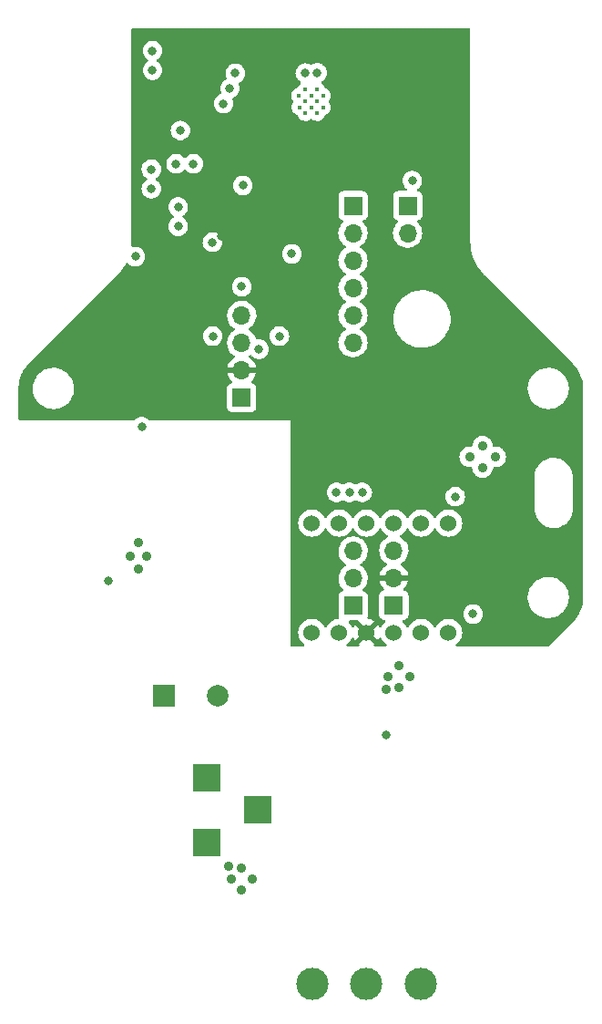
<source format=gbr>
%TF.GenerationSoftware,KiCad,Pcbnew,(6.0.1)*%
%TF.CreationDate,2022-02-05T18:26:11+11:00*%
%TF.ProjectId,ESP32_LED_Controller_v1,45535033-325f-44c4-9544-5f436f6e7472,rev?*%
%TF.SameCoordinates,Original*%
%TF.FileFunction,Copper,L3,Inr*%
%TF.FilePolarity,Positive*%
%FSLAX46Y46*%
G04 Gerber Fmt 4.6, Leading zero omitted, Abs format (unit mm)*
G04 Created by KiCad (PCBNEW (6.0.1)) date 2022-02-05 18:26:11*
%MOMM*%
%LPD*%
G01*
G04 APERTURE LIST*
%TA.AperFunction,ComponentPad*%
%ADD10R,1.700000X1.700000*%
%TD*%
%TA.AperFunction,ComponentPad*%
%ADD11O,1.700000X1.700000*%
%TD*%
%TA.AperFunction,ComponentPad*%
%ADD12R,2.500000X2.500000*%
%TD*%
%TA.AperFunction,ComponentPad*%
%ADD13R,2.000000X2.000000*%
%TD*%
%TA.AperFunction,ComponentPad*%
%ADD14C,2.000000*%
%TD*%
%TA.AperFunction,ComponentPad*%
%ADD15C,3.000000*%
%TD*%
%TA.AperFunction,ComponentPad*%
%ADD16C,1.524000*%
%TD*%
%TA.AperFunction,ComponentPad*%
%ADD17C,0.420000*%
%TD*%
%TA.AperFunction,ViaPad*%
%ADD18C,0.800000*%
%TD*%
%TA.AperFunction,ViaPad*%
%ADD19C,0.900000*%
%TD*%
G04 APERTURE END LIST*
D10*
%TO.N,GND*%
%TO.C,J4*%
X54225000Y-62080000D03*
D11*
%TO.N,ESP_Vcc*%
X54225000Y-59540000D03*
%TO.N,/SDA*%
X54225000Y-57000000D03*
%TO.N,/SCL*%
X54225000Y-54460000D03*
%TD*%
D12*
%TO.N,Vin*%
%TO.C,J3*%
X50975000Y-97380000D03*
%TO.N,GND*%
X50975000Y-103380000D03*
%TO.N,N/C*%
X55675000Y-100380000D03*
%TD*%
D13*
%TO.N,Vin*%
%TO.C,C4*%
X47007323Y-89780000D03*
D14*
%TO.N,Strip_-*%
X52007323Y-89780000D03*
%TD*%
D15*
%TO.N,Vin*%
%TO.C,J5*%
X60825000Y-116480000D03*
%TO.N,/Din_STRIP*%
X65825000Y-116480000D03*
%TO.N,Strip_-*%
X70825000Y-116480000D03*
%TD*%
D16*
%TO.N,unconnected-(LLC1-Pad1)*%
%TO.C,LLC1*%
X60745000Y-83890000D03*
%TO.N,/IO6*%
X63285000Y-83890000D03*
%TO.N,ESP_Vcc*%
X65825000Y-83890000D03*
%TO.N,GND*%
X68365000Y-83890000D03*
%TO.N,/3v3_Din_STRIP*%
X70905000Y-83890000D03*
%TO.N,unconnected-(LLC1-Pad6)*%
X73445000Y-83890000D03*
%TO.N,unconnected-(LLC1-Pad7)*%
X73445000Y-73730000D03*
%TO.N,/Hv_Din_STRIP*%
X70905000Y-73730000D03*
%TO.N,GND*%
X68365000Y-73730000D03*
%TO.N,Vin*%
X65825000Y-73730000D03*
%TO.N,/IO6_HV*%
X63285000Y-73730000D03*
%TO.N,unconnected-(LLC1-Pad12)*%
X60745000Y-73730000D03*
%TD*%
D17*
%TO.N,GND*%
%TO.C,ESP1*%
X61785000Y-34030000D03*
X59535000Y-34030000D03*
X59585000Y-35130000D03*
X60135000Y-33480000D03*
X60685000Y-35130000D03*
X61785000Y-35130000D03*
X60135000Y-34580000D03*
X61235000Y-33480000D03*
X61235000Y-34580000D03*
X61235000Y-35680000D03*
X60685000Y-34030000D03*
X60135000Y-35680000D03*
%TD*%
D10*
%TO.N,~{Reset}*%
%TO.C,J2*%
X69645000Y-44260000D03*
D11*
%TO.N,~{Flash}*%
X69645000Y-46800000D03*
%TD*%
D10*
%TO.N,GND*%
%TO.C,J1*%
X64565000Y-44260000D03*
D11*
%TO.N,/CTS*%
X64565000Y-46800000D03*
%TO.N,Vin*%
X64565000Y-49340000D03*
%TO.N,/TX_CON*%
X64565000Y-51880000D03*
%TO.N,/RX_CON*%
X64565000Y-54420000D03*
%TO.N,/DTR*%
X64565000Y-56960000D03*
%TD*%
D10*
%TO.N,GND*%
%TO.C,J7*%
X64575000Y-81405000D03*
D11*
%TO.N,Vin*%
X64575000Y-78865000D03*
%TO.N,/IO4*%
X64575000Y-76325000D03*
%TD*%
D10*
%TO.N,GND*%
%TO.C,J9*%
X68365000Y-81350000D03*
D11*
%TO.N,ESP_Vcc*%
X68365000Y-78810000D03*
%TO.N,/IO5*%
X68365000Y-76270000D03*
%TD*%
D18*
%TO.N,~{Flash}*%
X51499232Y-47648385D03*
%TO.N,/IO5*%
X70075000Y-41930000D03*
X74075000Y-71280000D03*
%TO.N,/3v3_Din_STRIP*%
X58877878Y-48732878D03*
%TO.N,Net-(FET1-Pad1)*%
X57725000Y-56380000D03*
X67625000Y-93380000D03*
%TO.N,/IO6_HV*%
X44325000Y-48980000D03*
X41825000Y-79080000D03*
%TO.N,/IO5*%
X53125000Y-33380000D03*
%TO.N,/IO6*%
X52525000Y-34780000D03*
%TO.N,/IO4*%
X53620980Y-31980000D03*
%TO.N,/3v3_Din_STRIP*%
X75725000Y-82180000D03*
%TO.N,GND*%
X64225000Y-70880000D03*
X63025000Y-70880000D03*
X65425000Y-70880000D03*
X44925000Y-64780000D03*
%TO.N,Vin*%
X55825000Y-57580000D03*
%TO.N,ESP_Vcc*%
X55525000Y-47180000D03*
X52312872Y-47067872D03*
%TO.N,GND*%
X54225000Y-51780000D03*
%TO.N,~{Reset}*%
X54320000Y-42380000D03*
%TO.N,/SCL*%
X51520000Y-56380000D03*
%TO.N,GND*%
X61235000Y-31920000D03*
X60135000Y-31940000D03*
X49720000Y-40380000D03*
X48120000Y-40380000D03*
%TO.N,/IO7*%
X48520000Y-37280000D03*
D19*
%TO.N,ESP_Vcc*%
X77420000Y-59680000D03*
D18*
X54920000Y-28380000D03*
X52920000Y-28380000D03*
X48920000Y-28380000D03*
X45920000Y-28380000D03*
D19*
X76320000Y-62080000D03*
X77420000Y-62880000D03*
D18*
X48320000Y-35280000D03*
D19*
X77420000Y-61280000D03*
X76320000Y-58880000D03*
X77420000Y-58080000D03*
D18*
X48320000Y-33280000D03*
%TO.N,GND*%
X45920000Y-31680000D03*
D19*
X68820000Y-86980000D03*
X54220000Y-107780000D03*
X68820000Y-88980000D03*
D18*
X45920000Y-29880000D03*
X45820000Y-42680000D03*
X45820000Y-40880000D03*
D19*
X67820000Y-87980000D03*
X53020000Y-105580000D03*
X69820000Y-87980000D03*
X67620000Y-89180000D03*
X53220000Y-106780000D03*
X54220000Y-105780000D03*
X55220000Y-106780000D03*
%TO.N,Vin*%
X44620000Y-75580000D03*
X77820000Y-67580000D03*
D18*
X48320000Y-46180000D03*
D19*
X44620000Y-77980000D03*
X43820000Y-76780000D03*
X45420000Y-76780000D03*
X76620000Y-66580000D03*
X75420000Y-67580000D03*
X76620000Y-68580000D03*
D18*
X48320000Y-44380000D03*
%TD*%
%TA.AperFunction,Conductor*%
%TO.N,ESP_Vcc*%
G36*
X75409173Y-27808002D02*
G01*
X75455666Y-27861658D01*
X75467052Y-27913990D01*
X75468646Y-47525162D01*
X75466901Y-47546069D01*
X75463579Y-47565811D01*
X75463426Y-47578350D01*
X75464116Y-47583168D01*
X75464226Y-47583937D01*
X75465377Y-47596295D01*
X75480630Y-47945641D01*
X75480812Y-47949813D01*
X75504714Y-48131364D01*
X75527065Y-48301134D01*
X75529344Y-48318448D01*
X75609820Y-48681451D01*
X75610648Y-48684076D01*
X75610649Y-48684081D01*
X75706023Y-48986565D01*
X75721628Y-49036059D01*
X75779679Y-49176206D01*
X75854682Y-49357279D01*
X75863916Y-49379573D01*
X76035601Y-49709378D01*
X76156631Y-49899357D01*
X76194641Y-49959020D01*
X76235378Y-50022965D01*
X76237042Y-50025133D01*
X76237050Y-50025145D01*
X76355746Y-50179832D01*
X76461726Y-50317947D01*
X76675386Y-50551114D01*
X76690719Y-50567847D01*
X76700465Y-50579894D01*
X76703338Y-50583930D01*
X76712096Y-50592904D01*
X76715988Y-50595821D01*
X76715995Y-50595827D01*
X76733678Y-50609079D01*
X76747458Y-50621059D01*
X84794059Y-58712926D01*
X84982277Y-58902203D01*
X84994674Y-58916721D01*
X85004041Y-58929543D01*
X85004044Y-58929546D01*
X85009339Y-58936794D01*
X85016456Y-58942265D01*
X85024783Y-58948666D01*
X85041352Y-58963945D01*
X85226947Y-59168717D01*
X85234791Y-59178276D01*
X85416933Y-59423867D01*
X85423803Y-59434148D01*
X85502810Y-59565962D01*
X85542114Y-59631536D01*
X85581005Y-59696422D01*
X85586834Y-59707327D01*
X85717573Y-59983754D01*
X85722303Y-59995174D01*
X85802311Y-60218778D01*
X85825313Y-60283064D01*
X85828901Y-60294891D01*
X85903205Y-60591527D01*
X85905612Y-60603633D01*
X85950480Y-60906105D01*
X85950480Y-60906106D01*
X85951691Y-60918407D01*
X85964468Y-61178469D01*
X85964890Y-61187068D01*
X85963541Y-61212637D01*
X85961814Y-61223730D01*
X85962978Y-61232632D01*
X85962978Y-61232635D01*
X85965936Y-61255251D01*
X85967000Y-61271589D01*
X85967000Y-80580672D01*
X85965500Y-80600056D01*
X85961814Y-80623730D01*
X85964274Y-80642539D01*
X85964341Y-80643050D01*
X85965253Y-80665570D01*
X85955324Y-80867685D01*
X85951693Y-80941590D01*
X85950482Y-80953890D01*
X85910654Y-81222389D01*
X85905615Y-81256358D01*
X85903206Y-81268473D01*
X85828905Y-81565100D01*
X85825315Y-81576933D01*
X85722304Y-81864826D01*
X85717573Y-81876249D01*
X85601412Y-82121854D01*
X85586835Y-82152674D01*
X85581009Y-82163574D01*
X85539124Y-82233454D01*
X85423804Y-82425852D01*
X85416934Y-82436133D01*
X85234787Y-82681731D01*
X85226943Y-82691289D01*
X85046313Y-82890584D01*
X85027279Y-82907711D01*
X85018206Y-82914339D01*
X84998274Y-82940268D01*
X84987733Y-82952311D01*
X82829610Y-85122575D01*
X82814425Y-85137845D01*
X82752208Y-85172045D01*
X82725003Y-85175000D01*
X74232001Y-85169692D01*
X74163894Y-85149647D01*
X74117435Y-85095963D01*
X74107375Y-85025682D01*
X74136908Y-84961120D01*
X74159810Y-84940479D01*
X74260270Y-84870136D01*
X74260273Y-84870134D01*
X74264781Y-84866977D01*
X74421977Y-84709781D01*
X74509894Y-84584223D01*
X74546331Y-84532185D01*
X74546332Y-84532183D01*
X74549488Y-84527676D01*
X74551811Y-84522694D01*
X74551814Y-84522689D01*
X74641117Y-84331178D01*
X74641118Y-84331177D01*
X74643440Y-84326196D01*
X74700978Y-84111463D01*
X74720353Y-83890000D01*
X74700978Y-83668537D01*
X74643440Y-83453804D01*
X74625148Y-83414577D01*
X74551814Y-83257311D01*
X74551811Y-83257306D01*
X74549488Y-83252324D01*
X74546331Y-83247815D01*
X74425136Y-83074730D01*
X74425134Y-83074727D01*
X74421977Y-83070219D01*
X74264781Y-82913023D01*
X74260273Y-82909866D01*
X74260270Y-82909864D01*
X74147959Y-82831223D01*
X74082677Y-82785512D01*
X74077695Y-82783189D01*
X74077690Y-82783186D01*
X73886178Y-82693883D01*
X73886177Y-82693882D01*
X73881196Y-82691560D01*
X73875888Y-82690138D01*
X73875886Y-82690137D01*
X73810051Y-82672497D01*
X73666463Y-82634022D01*
X73445000Y-82614647D01*
X73223537Y-82634022D01*
X73079949Y-82672497D01*
X73014114Y-82690137D01*
X73014112Y-82690138D01*
X73008804Y-82691560D01*
X73003823Y-82693882D01*
X73003822Y-82693883D01*
X72812311Y-82783186D01*
X72812306Y-82783189D01*
X72807324Y-82785512D01*
X72802817Y-82788668D01*
X72802815Y-82788669D01*
X72629730Y-82909864D01*
X72629727Y-82909866D01*
X72625219Y-82913023D01*
X72468023Y-83070219D01*
X72464866Y-83074727D01*
X72464864Y-83074730D01*
X72343669Y-83247815D01*
X72340512Y-83252324D01*
X72338189Y-83257306D01*
X72338186Y-83257311D01*
X72289195Y-83362373D01*
X72242277Y-83415658D01*
X72174000Y-83435119D01*
X72106040Y-83414577D01*
X72060805Y-83362373D01*
X72011814Y-83257311D01*
X72011811Y-83257306D01*
X72009488Y-83252324D01*
X72006331Y-83247815D01*
X71885136Y-83074730D01*
X71885134Y-83074727D01*
X71881977Y-83070219D01*
X71724781Y-82913023D01*
X71720273Y-82909866D01*
X71720270Y-82909864D01*
X71607959Y-82831223D01*
X71542677Y-82785512D01*
X71537695Y-82783189D01*
X71537690Y-82783186D01*
X71346178Y-82693883D01*
X71346177Y-82693882D01*
X71341196Y-82691560D01*
X71335888Y-82690138D01*
X71335886Y-82690137D01*
X71270051Y-82672497D01*
X71126463Y-82634022D01*
X70905000Y-82614647D01*
X70683537Y-82634022D01*
X70539949Y-82672497D01*
X70474114Y-82690137D01*
X70474112Y-82690138D01*
X70468804Y-82691560D01*
X70463823Y-82693882D01*
X70463822Y-82693883D01*
X70272311Y-82783186D01*
X70272306Y-82783189D01*
X70267324Y-82785512D01*
X70262817Y-82788668D01*
X70262815Y-82788669D01*
X70089730Y-82909864D01*
X70089727Y-82909866D01*
X70085219Y-82913023D01*
X69928023Y-83070219D01*
X69924866Y-83074727D01*
X69924864Y-83074730D01*
X69803669Y-83247815D01*
X69800512Y-83252324D01*
X69798189Y-83257306D01*
X69798186Y-83257311D01*
X69749195Y-83362373D01*
X69702277Y-83415658D01*
X69634000Y-83435119D01*
X69566040Y-83414577D01*
X69520805Y-83362373D01*
X69471814Y-83257311D01*
X69471811Y-83257306D01*
X69469488Y-83252324D01*
X69466331Y-83247815D01*
X69345136Y-83074730D01*
X69345134Y-83074727D01*
X69341977Y-83070219D01*
X69193933Y-82922175D01*
X69159907Y-82859863D01*
X69164972Y-82789048D01*
X69207519Y-82732212D01*
X69269421Y-82707817D01*
X69317460Y-82702599D01*
X69317464Y-82702598D01*
X69325316Y-82701745D01*
X69461705Y-82650615D01*
X69578261Y-82563261D01*
X69665615Y-82446705D01*
X69716745Y-82310316D01*
X69723500Y-82248134D01*
X69723500Y-82180000D01*
X74811496Y-82180000D01*
X74812186Y-82186565D01*
X74830148Y-82357460D01*
X74831458Y-82369928D01*
X74890473Y-82551556D01*
X74893776Y-82557278D01*
X74893777Y-82557279D01*
X74912576Y-82589839D01*
X74985960Y-82716944D01*
X74990378Y-82721851D01*
X74990379Y-82721852D01*
X75101683Y-82845468D01*
X75113747Y-82858866D01*
X75268248Y-82971118D01*
X75274276Y-82973802D01*
X75274278Y-82973803D01*
X75436681Y-83046109D01*
X75442712Y-83048794D01*
X75536113Y-83068647D01*
X75623056Y-83087128D01*
X75623061Y-83087128D01*
X75629513Y-83088500D01*
X75820487Y-83088500D01*
X75826939Y-83087128D01*
X75826944Y-83087128D01*
X75913887Y-83068647D01*
X76007288Y-83048794D01*
X76013319Y-83046109D01*
X76175722Y-82973803D01*
X76175724Y-82973802D01*
X76181752Y-82971118D01*
X76336253Y-82858866D01*
X76348317Y-82845468D01*
X76459621Y-82721852D01*
X76459622Y-82721851D01*
X76464040Y-82716944D01*
X76537424Y-82589839D01*
X76556223Y-82557279D01*
X76556224Y-82557278D01*
X76559527Y-82551556D01*
X76618542Y-82369928D01*
X76619853Y-82357460D01*
X76637814Y-82186565D01*
X76638504Y-82180000D01*
X76626520Y-82065977D01*
X76619232Y-81996635D01*
X76619232Y-81996633D01*
X76618542Y-81990072D01*
X76559527Y-81808444D01*
X76464040Y-81643056D01*
X76399253Y-81571102D01*
X76340675Y-81506045D01*
X76340674Y-81506044D01*
X76336253Y-81501134D01*
X76197257Y-81400147D01*
X76187094Y-81392763D01*
X76187093Y-81392762D01*
X76181752Y-81388882D01*
X76175724Y-81386198D01*
X76175722Y-81386197D01*
X76013319Y-81313891D01*
X76013318Y-81313891D01*
X76007288Y-81311206D01*
X75913888Y-81291353D01*
X75826944Y-81272872D01*
X75826939Y-81272872D01*
X75820487Y-81271500D01*
X75629513Y-81271500D01*
X75623061Y-81272872D01*
X75623056Y-81272872D01*
X75536112Y-81291353D01*
X75442712Y-81311206D01*
X75436682Y-81313891D01*
X75436681Y-81313891D01*
X75274278Y-81386197D01*
X75274276Y-81386198D01*
X75268248Y-81388882D01*
X75262907Y-81392762D01*
X75262906Y-81392763D01*
X75252743Y-81400147D01*
X75113747Y-81501134D01*
X75109326Y-81506044D01*
X75109325Y-81506045D01*
X75050748Y-81571102D01*
X74985960Y-81643056D01*
X74890473Y-81808444D01*
X74831458Y-81990072D01*
X74830768Y-81996633D01*
X74830768Y-81996635D01*
X74823480Y-82065977D01*
X74811496Y-82180000D01*
X69723500Y-82180000D01*
X69723500Y-80673415D01*
X80811888Y-80673415D01*
X80838193Y-80949130D01*
X80839278Y-80953564D01*
X80839279Y-80953570D01*
X80902939Y-81213725D01*
X80904024Y-81218159D01*
X80905736Y-81222385D01*
X80905737Y-81222389D01*
X80965566Y-81370098D01*
X81008002Y-81474868D01*
X81147948Y-81713878D01*
X81320931Y-81930182D01*
X81523327Y-82119250D01*
X81750896Y-82277120D01*
X81832495Y-82317715D01*
X81994784Y-82398453D01*
X81994787Y-82398454D01*
X81998871Y-82400486D01*
X82003210Y-82401908D01*
X82003209Y-82401908D01*
X82257724Y-82485343D01*
X82257730Y-82485344D01*
X82262057Y-82486763D01*
X82266548Y-82487543D01*
X82266549Y-82487543D01*
X82531160Y-82533487D01*
X82531168Y-82533488D01*
X82534941Y-82534143D01*
X82538778Y-82534334D01*
X82620887Y-82538422D01*
X82620895Y-82538422D01*
X82622458Y-82538500D01*
X82795356Y-82538500D01*
X82797624Y-82538335D01*
X82797636Y-82538335D01*
X82916791Y-82529689D01*
X83001241Y-82523561D01*
X83174348Y-82485343D01*
X83267235Y-82464836D01*
X83267239Y-82464835D01*
X83271695Y-82463851D01*
X83444310Y-82398453D01*
X83526426Y-82367342D01*
X83526429Y-82367341D01*
X83530696Y-82365724D01*
X83772820Y-82231236D01*
X83992993Y-82063205D01*
X84186604Y-81865151D01*
X84349596Y-81641222D01*
X84478556Y-81396110D01*
X84481109Y-81388882D01*
X84569261Y-81139256D01*
X84570782Y-81134949D01*
X84624341Y-80863210D01*
X84633563Y-80677971D01*
X84637885Y-80591154D01*
X84637885Y-80591148D01*
X84638112Y-80586585D01*
X84611807Y-80310870D01*
X84609419Y-80301109D01*
X84547061Y-80046275D01*
X84545976Y-80041841D01*
X84543851Y-80036593D01*
X84443711Y-79789361D01*
X84443711Y-79789360D01*
X84441998Y-79785132D01*
X84302052Y-79546122D01*
X84129069Y-79329818D01*
X83926673Y-79140750D01*
X83699104Y-78982880D01*
X83488199Y-78877956D01*
X83455216Y-78861547D01*
X83455213Y-78861546D01*
X83451129Y-78859514D01*
X83350610Y-78826562D01*
X83192276Y-78774657D01*
X83192270Y-78774656D01*
X83187943Y-78773237D01*
X83166069Y-78769439D01*
X82918840Y-78726513D01*
X82918832Y-78726512D01*
X82915059Y-78725857D01*
X82902996Y-78725256D01*
X82829113Y-78721578D01*
X82829105Y-78721578D01*
X82827542Y-78721500D01*
X82654644Y-78721500D01*
X82652376Y-78721665D01*
X82652364Y-78721665D01*
X82533209Y-78730311D01*
X82448759Y-78736439D01*
X82313532Y-78766294D01*
X82182765Y-78795164D01*
X82182761Y-78795165D01*
X82178305Y-78796149D01*
X82098032Y-78826562D01*
X81923574Y-78892658D01*
X81923571Y-78892659D01*
X81919304Y-78894276D01*
X81677180Y-79028764D01*
X81457007Y-79196795D01*
X81453814Y-79200061D01*
X81453812Y-79200063D01*
X81387794Y-79267596D01*
X81263396Y-79394849D01*
X81100404Y-79618778D01*
X80971444Y-79863890D01*
X80969926Y-79868188D01*
X80969924Y-79868193D01*
X80902204Y-80059960D01*
X80879218Y-80125051D01*
X80825659Y-80396790D01*
X80825432Y-80401347D01*
X80825432Y-80401348D01*
X80812552Y-80660080D01*
X80811888Y-80673415D01*
X69723500Y-80673415D01*
X69723500Y-80451866D01*
X69716745Y-80389684D01*
X69665615Y-80253295D01*
X69578261Y-80136739D01*
X69461705Y-80049385D01*
X69425723Y-80035896D01*
X69342687Y-80004767D01*
X69285923Y-79962125D01*
X69261223Y-79895564D01*
X69276430Y-79826215D01*
X69297977Y-79797535D01*
X69399052Y-79696812D01*
X69405730Y-79688965D01*
X69530003Y-79516020D01*
X69535313Y-79507183D01*
X69629670Y-79316267D01*
X69633469Y-79306672D01*
X69695377Y-79102910D01*
X69697555Y-79092837D01*
X69698986Y-79081962D01*
X69696775Y-79067778D01*
X69683617Y-79064000D01*
X67048225Y-79064000D01*
X67034694Y-79067973D01*
X67033257Y-79077966D01*
X67063565Y-79212446D01*
X67066645Y-79222275D01*
X67146770Y-79419603D01*
X67151413Y-79428794D01*
X67262694Y-79610388D01*
X67268777Y-79618699D01*
X67408213Y-79779667D01*
X67415577Y-79786879D01*
X67420522Y-79790985D01*
X67460156Y-79849889D01*
X67461653Y-79920870D01*
X67424537Y-79981392D01*
X67384264Y-80005910D01*
X67276705Y-80046232D01*
X67276704Y-80046233D01*
X67268295Y-80049385D01*
X67151739Y-80136739D01*
X67064385Y-80253295D01*
X67013255Y-80389684D01*
X67006500Y-80451866D01*
X67006500Y-82248134D01*
X67013255Y-82310316D01*
X67064385Y-82446705D01*
X67151739Y-82563261D01*
X67268295Y-82650615D01*
X67404684Y-82701745D01*
X67412536Y-82702598D01*
X67412540Y-82702599D01*
X67460579Y-82707817D01*
X67526142Y-82735059D01*
X67566568Y-82793422D01*
X67569024Y-82864376D01*
X67536067Y-82922175D01*
X67388023Y-83070219D01*
X67384866Y-83074727D01*
X67384864Y-83074730D01*
X67263669Y-83247815D01*
X67260512Y-83252324D01*
X67258189Y-83257306D01*
X67258186Y-83257311D01*
X67208919Y-83362965D01*
X67162001Y-83416250D01*
X67093724Y-83435711D01*
X67025764Y-83415169D01*
X66980529Y-83362965D01*
X66931377Y-83257559D01*
X66925897Y-83248068D01*
X66895206Y-83204235D01*
X66884729Y-83195860D01*
X66871282Y-83202928D01*
X66197022Y-83877188D01*
X66189408Y-83891132D01*
X66189539Y-83892965D01*
X66193790Y-83899580D01*
X66872003Y-84577793D01*
X66883777Y-84584223D01*
X66895793Y-84574926D01*
X66925897Y-84531932D01*
X66931377Y-84522441D01*
X66980529Y-84417035D01*
X67027447Y-84363750D01*
X67095724Y-84344289D01*
X67163684Y-84364831D01*
X67208919Y-84417035D01*
X67258186Y-84522689D01*
X67258189Y-84522694D01*
X67260512Y-84527676D01*
X67263668Y-84532183D01*
X67263669Y-84532185D01*
X67300107Y-84584223D01*
X67388023Y-84709781D01*
X67545219Y-84866977D01*
X67549727Y-84870134D01*
X67549730Y-84870136D01*
X67644245Y-84936316D01*
X67688573Y-84991773D01*
X67695882Y-85062393D01*
X67663851Y-85125753D01*
X67602650Y-85161738D01*
X67571895Y-85165529D01*
X66609067Y-85164927D01*
X66540959Y-85144882D01*
X66494500Y-85091198D01*
X66484440Y-85020917D01*
X66510725Y-84960254D01*
X66519139Y-84949728D01*
X66512071Y-84936281D01*
X65837812Y-84262022D01*
X65823868Y-84254408D01*
X65822035Y-84254539D01*
X65815420Y-84258790D01*
X65137207Y-84937003D01*
X65130777Y-84948778D01*
X65140114Y-84960847D01*
X65165978Y-85026965D01*
X65151989Y-85096570D01*
X65102590Y-85147562D01*
X65040378Y-85163947D01*
X64081063Y-85163347D01*
X64012955Y-85143302D01*
X63966496Y-85089618D01*
X63956436Y-85019337D01*
X63985969Y-84954775D01*
X64008871Y-84934134D01*
X64010294Y-84933138D01*
X64100264Y-84870140D01*
X64100273Y-84870134D01*
X64104781Y-84866977D01*
X64261977Y-84709781D01*
X64349894Y-84584223D01*
X64386331Y-84532185D01*
X64386332Y-84532183D01*
X64389488Y-84527676D01*
X64391811Y-84522694D01*
X64391814Y-84522689D01*
X64441081Y-84417035D01*
X64487999Y-84363750D01*
X64556276Y-84344289D01*
X64624236Y-84364831D01*
X64669471Y-84417035D01*
X64718623Y-84522441D01*
X64724103Y-84531932D01*
X64754794Y-84575765D01*
X64765271Y-84584140D01*
X64778718Y-84577072D01*
X65452978Y-83902812D01*
X65460592Y-83888868D01*
X65460461Y-83887035D01*
X65456210Y-83880420D01*
X64777997Y-83202207D01*
X64766223Y-83195777D01*
X64754207Y-83205074D01*
X64724103Y-83248068D01*
X64718623Y-83257559D01*
X64669471Y-83362965D01*
X64622553Y-83416250D01*
X64554276Y-83435711D01*
X64486316Y-83415169D01*
X64441081Y-83362965D01*
X64391814Y-83257311D01*
X64391811Y-83257306D01*
X64389488Y-83252324D01*
X64386331Y-83247815D01*
X64265136Y-83074730D01*
X64265134Y-83074727D01*
X64261977Y-83070219D01*
X64170353Y-82978595D01*
X64136327Y-82916283D01*
X64141392Y-82845468D01*
X64183939Y-82788632D01*
X64250459Y-82763821D01*
X64259448Y-82763500D01*
X65019647Y-82763500D01*
X65087768Y-82783502D01*
X65131179Y-82830877D01*
X65137929Y-82843719D01*
X65812188Y-83517978D01*
X65826132Y-83525592D01*
X65827965Y-83525461D01*
X65834580Y-83521210D01*
X66512793Y-82842997D01*
X66519223Y-82831223D01*
X66509926Y-82819207D01*
X66466931Y-82789102D01*
X66457445Y-82783624D01*
X66266007Y-82694355D01*
X66255715Y-82690609D01*
X66051691Y-82635941D01*
X66040895Y-82634037D01*
X65998049Y-82630289D01*
X65931930Y-82604426D01*
X65890291Y-82546922D01*
X65886350Y-82476035D01*
X65891048Y-82460539D01*
X65923971Y-82372718D01*
X65923973Y-82372712D01*
X65926745Y-82365316D01*
X65933500Y-82303134D01*
X65933500Y-80506866D01*
X65926745Y-80444684D01*
X65875615Y-80308295D01*
X65788261Y-80191739D01*
X65671705Y-80104385D01*
X65659132Y-80099672D01*
X65553203Y-80059960D01*
X65496439Y-80017318D01*
X65471739Y-79950756D01*
X65486947Y-79881408D01*
X65508493Y-79852727D01*
X65572081Y-79789361D01*
X65613096Y-79748489D01*
X65650230Y-79696812D01*
X65740435Y-79571277D01*
X65743453Y-79567077D01*
X65755573Y-79542555D01*
X65840136Y-79371453D01*
X65840137Y-79371451D01*
X65842430Y-79366811D01*
X65907370Y-79153069D01*
X65936529Y-78931590D01*
X65937480Y-78892658D01*
X65938074Y-78868365D01*
X65938074Y-78868361D01*
X65938156Y-78865000D01*
X65919852Y-78642361D01*
X65865431Y-78425702D01*
X65776354Y-78220840D01*
X65655014Y-78033277D01*
X65504670Y-77868051D01*
X65500619Y-77864852D01*
X65500615Y-77864848D01*
X65333414Y-77732800D01*
X65333410Y-77732798D01*
X65329359Y-77729598D01*
X65288053Y-77706796D01*
X65238084Y-77656364D01*
X65223312Y-77586921D01*
X65248428Y-77520516D01*
X65275780Y-77493909D01*
X65338667Y-77449052D01*
X65454860Y-77366173D01*
X65485958Y-77335184D01*
X65577523Y-77243938D01*
X65613096Y-77208489D01*
X65672594Y-77125689D01*
X65740435Y-77031277D01*
X65743453Y-77027077D01*
X65772929Y-76967438D01*
X65840136Y-76831453D01*
X65840137Y-76831451D01*
X65842430Y-76826811D01*
X65907370Y-76613069D01*
X65936529Y-76391590D01*
X65938156Y-76325000D01*
X65919852Y-76102361D01*
X65865431Y-75885702D01*
X65776354Y-75680840D01*
X65655014Y-75493277D01*
X65504670Y-75328051D01*
X65500619Y-75324852D01*
X65500615Y-75324848D01*
X65333414Y-75192800D01*
X65333410Y-75192798D01*
X65329359Y-75189598D01*
X65292260Y-75169118D01*
X65199309Y-75117807D01*
X65149338Y-75067374D01*
X65149317Y-75067277D01*
X65101626Y-75069549D01*
X65089274Y-75065874D01*
X64928091Y-75008796D01*
X64928083Y-75008794D01*
X64923212Y-75007069D01*
X64918119Y-75006162D01*
X64918116Y-75006161D01*
X64708373Y-74968800D01*
X64708367Y-74968799D01*
X64703284Y-74967894D01*
X64629452Y-74966992D01*
X64485081Y-74965228D01*
X64485079Y-74965228D01*
X64479911Y-74965165D01*
X64259091Y-74998955D01*
X64046756Y-75068357D01*
X63848607Y-75171507D01*
X63844474Y-75174610D01*
X63844471Y-75174612D01*
X63674100Y-75302530D01*
X63669965Y-75305635D01*
X63515629Y-75467138D01*
X63389743Y-75651680D01*
X63374003Y-75685590D01*
X63307460Y-75828945D01*
X63295688Y-75854305D01*
X63235989Y-76069570D01*
X63212251Y-76291695D01*
X63212548Y-76296848D01*
X63212548Y-76296851D01*
X63218011Y-76391590D01*
X63225110Y-76514715D01*
X63226247Y-76519761D01*
X63226248Y-76519767D01*
X63242736Y-76592926D01*
X63274222Y-76732639D01*
X63358266Y-76939616D01*
X63474987Y-77130088D01*
X63621250Y-77298938D01*
X63793126Y-77441632D01*
X63854468Y-77477477D01*
X63866445Y-77484476D01*
X63915169Y-77536114D01*
X63928240Y-77605897D01*
X63901509Y-77671669D01*
X63861055Y-77705027D01*
X63848607Y-77711507D01*
X63844474Y-77714610D01*
X63844471Y-77714612D01*
X63674100Y-77842530D01*
X63669965Y-77845635D01*
X63666393Y-77849373D01*
X63538767Y-77982926D01*
X63515629Y-78007138D01*
X63389743Y-78191680D01*
X63374003Y-78225590D01*
X63318821Y-78344470D01*
X63295688Y-78394305D01*
X63235989Y-78609570D01*
X63212251Y-78831695D01*
X63212548Y-78836848D01*
X63212548Y-78836851D01*
X63224812Y-79049547D01*
X63225110Y-79054715D01*
X63226247Y-79059761D01*
X63226248Y-79059767D01*
X63230808Y-79080000D01*
X63274222Y-79272639D01*
X63312461Y-79366811D01*
X63351054Y-79461854D01*
X63358266Y-79479616D01*
X63474987Y-79670088D01*
X63621250Y-79838938D01*
X63625230Y-79842242D01*
X63629981Y-79846187D01*
X63669616Y-79905090D01*
X63671113Y-79976071D01*
X63633997Y-80036593D01*
X63593724Y-80061112D01*
X63478295Y-80104385D01*
X63361739Y-80191739D01*
X63274385Y-80308295D01*
X63223255Y-80444684D01*
X63216500Y-80506866D01*
X63216500Y-82303134D01*
X63223255Y-82365316D01*
X63257500Y-82456665D01*
X63262683Y-82527470D01*
X63228763Y-82589839D01*
X63166507Y-82623968D01*
X63150499Y-82626414D01*
X63063537Y-82634022D01*
X62919949Y-82672497D01*
X62854114Y-82690137D01*
X62854112Y-82690138D01*
X62848804Y-82691560D01*
X62843823Y-82693882D01*
X62843822Y-82693883D01*
X62652311Y-82783186D01*
X62652306Y-82783189D01*
X62647324Y-82785512D01*
X62642817Y-82788668D01*
X62642815Y-82788669D01*
X62469730Y-82909864D01*
X62469727Y-82909866D01*
X62465219Y-82913023D01*
X62308023Y-83070219D01*
X62304866Y-83074727D01*
X62304864Y-83074730D01*
X62183669Y-83247815D01*
X62180512Y-83252324D01*
X62178189Y-83257306D01*
X62178186Y-83257311D01*
X62129195Y-83362373D01*
X62082277Y-83415658D01*
X62014000Y-83435119D01*
X61946040Y-83414577D01*
X61900805Y-83362373D01*
X61851814Y-83257311D01*
X61851811Y-83257306D01*
X61849488Y-83252324D01*
X61846331Y-83247815D01*
X61725136Y-83074730D01*
X61725134Y-83074727D01*
X61721977Y-83070219D01*
X61564781Y-82913023D01*
X61560273Y-82909866D01*
X61560270Y-82909864D01*
X61447959Y-82831223D01*
X61382677Y-82785512D01*
X61377695Y-82783189D01*
X61377690Y-82783186D01*
X61186178Y-82693883D01*
X61186177Y-82693882D01*
X61181196Y-82691560D01*
X61175888Y-82690138D01*
X61175886Y-82690137D01*
X61110051Y-82672497D01*
X60966463Y-82634022D01*
X60745000Y-82614647D01*
X60523537Y-82634022D01*
X60379949Y-82672497D01*
X60314114Y-82690137D01*
X60314112Y-82690138D01*
X60308804Y-82691560D01*
X60303823Y-82693882D01*
X60303822Y-82693883D01*
X60112311Y-82783186D01*
X60112306Y-82783189D01*
X60107324Y-82785512D01*
X60102817Y-82788668D01*
X60102815Y-82788669D01*
X59929730Y-82909864D01*
X59929727Y-82909866D01*
X59925219Y-82913023D01*
X59768023Y-83070219D01*
X59764866Y-83074727D01*
X59764864Y-83074730D01*
X59643669Y-83247815D01*
X59640512Y-83252324D01*
X59638189Y-83257306D01*
X59638186Y-83257311D01*
X59564852Y-83414577D01*
X59546560Y-83453804D01*
X59489022Y-83668537D01*
X59469647Y-83890000D01*
X59489022Y-84111463D01*
X59546560Y-84326196D01*
X59548882Y-84331177D01*
X59548883Y-84331178D01*
X59638186Y-84522689D01*
X59638189Y-84522694D01*
X59640512Y-84527676D01*
X59643668Y-84532183D01*
X59643669Y-84532185D01*
X59680107Y-84584223D01*
X59768023Y-84709781D01*
X59925219Y-84866977D01*
X59929727Y-84870134D01*
X59929730Y-84870136D01*
X60017438Y-84931550D01*
X60061766Y-84987007D01*
X60069075Y-85057627D01*
X60037044Y-85120987D01*
X59975843Y-85156972D01*
X59945092Y-85160763D01*
X58850920Y-85160079D01*
X58782813Y-85140034D01*
X58736354Y-85086350D01*
X58725000Y-85034079D01*
X58725000Y-73730000D01*
X59469647Y-73730000D01*
X59489022Y-73951463D01*
X59518898Y-74062960D01*
X59540420Y-74143280D01*
X59546560Y-74166196D01*
X59548882Y-74171177D01*
X59548883Y-74171178D01*
X59638186Y-74362689D01*
X59638189Y-74362694D01*
X59640512Y-74367676D01*
X59768023Y-74549781D01*
X59925219Y-74706977D01*
X59929727Y-74710134D01*
X59929730Y-74710136D01*
X60003174Y-74761562D01*
X60107323Y-74834488D01*
X60112305Y-74836811D01*
X60112310Y-74836814D01*
X60303822Y-74926117D01*
X60308804Y-74928440D01*
X60314112Y-74929862D01*
X60314114Y-74929863D01*
X60360567Y-74942310D01*
X60523537Y-74985978D01*
X60745000Y-75005353D01*
X60966463Y-74985978D01*
X61129433Y-74942310D01*
X61175886Y-74929863D01*
X61175888Y-74929862D01*
X61181196Y-74928440D01*
X61186178Y-74926117D01*
X61377690Y-74836814D01*
X61377695Y-74836811D01*
X61382677Y-74834488D01*
X61486826Y-74761562D01*
X61560270Y-74710136D01*
X61560273Y-74710134D01*
X61564781Y-74706977D01*
X61721977Y-74549781D01*
X61849488Y-74367676D01*
X61851811Y-74362694D01*
X61851814Y-74362689D01*
X61900805Y-74257627D01*
X61947723Y-74204342D01*
X62016000Y-74184881D01*
X62083960Y-74205423D01*
X62129195Y-74257627D01*
X62178186Y-74362689D01*
X62178189Y-74362694D01*
X62180512Y-74367676D01*
X62308023Y-74549781D01*
X62465219Y-74706977D01*
X62469727Y-74710134D01*
X62469730Y-74710136D01*
X62543174Y-74761562D01*
X62647323Y-74834488D01*
X62652305Y-74836811D01*
X62652310Y-74836814D01*
X62843822Y-74926117D01*
X62848804Y-74928440D01*
X62854112Y-74929862D01*
X62854114Y-74929863D01*
X62900567Y-74942310D01*
X63063537Y-74985978D01*
X63285000Y-75005353D01*
X63506463Y-74985978D01*
X63669433Y-74942310D01*
X63715886Y-74929863D01*
X63715888Y-74929862D01*
X63721196Y-74928440D01*
X63726178Y-74926117D01*
X63917690Y-74836814D01*
X63917695Y-74836811D01*
X63922677Y-74834488D01*
X64026826Y-74761562D01*
X64100270Y-74710136D01*
X64100273Y-74710134D01*
X64104781Y-74706977D01*
X64261977Y-74549781D01*
X64389488Y-74367676D01*
X64391811Y-74362694D01*
X64391814Y-74362689D01*
X64440805Y-74257627D01*
X64487723Y-74204342D01*
X64556000Y-74184881D01*
X64623960Y-74205423D01*
X64669195Y-74257627D01*
X64718186Y-74362689D01*
X64718189Y-74362694D01*
X64720512Y-74367676D01*
X64848023Y-74549781D01*
X65005219Y-74706977D01*
X65009727Y-74710134D01*
X65009730Y-74710136D01*
X65111680Y-74781522D01*
X65187323Y-74834488D01*
X65192310Y-74836814D01*
X65194334Y-74837982D01*
X65241620Y-74887575D01*
X65287551Y-74884502D01*
X65313452Y-74893303D01*
X65383822Y-74926117D01*
X65388804Y-74928440D01*
X65394112Y-74929862D01*
X65394114Y-74929863D01*
X65440567Y-74942310D01*
X65603537Y-74985978D01*
X65825000Y-75005353D01*
X66046463Y-74985978D01*
X66209433Y-74942310D01*
X66255886Y-74929863D01*
X66255888Y-74929862D01*
X66261196Y-74928440D01*
X66266178Y-74926117D01*
X66457690Y-74836814D01*
X66457695Y-74836811D01*
X66462677Y-74834488D01*
X66566826Y-74761562D01*
X66640270Y-74710136D01*
X66640273Y-74710134D01*
X66644781Y-74706977D01*
X66801977Y-74549781D01*
X66929488Y-74367676D01*
X66931811Y-74362694D01*
X66931814Y-74362689D01*
X66980805Y-74257627D01*
X67027723Y-74204342D01*
X67096000Y-74184881D01*
X67163960Y-74205423D01*
X67209195Y-74257627D01*
X67258186Y-74362689D01*
X67258189Y-74362694D01*
X67260512Y-74367676D01*
X67388023Y-74549781D01*
X67545219Y-74706977D01*
X67549727Y-74710134D01*
X67549730Y-74710136D01*
X67623174Y-74761562D01*
X67727323Y-74834488D01*
X67733937Y-74837572D01*
X67734734Y-74837944D01*
X67735621Y-74838725D01*
X67737074Y-74839564D01*
X67736905Y-74839856D01*
X67788018Y-74884862D01*
X67807478Y-74953139D01*
X67786935Y-75021099D01*
X67739662Y-75063901D01*
X67638607Y-75116507D01*
X67634474Y-75119610D01*
X67634471Y-75119612D01*
X67464100Y-75247530D01*
X67459965Y-75250635D01*
X67305629Y-75412138D01*
X67302715Y-75416410D01*
X67302714Y-75416411D01*
X67250280Y-75493277D01*
X67179743Y-75596680D01*
X67164003Y-75630590D01*
X67089747Y-75790561D01*
X67085688Y-75799305D01*
X67025989Y-76014570D01*
X67002251Y-76236695D01*
X67002548Y-76241848D01*
X67002548Y-76241851D01*
X67008011Y-76336590D01*
X67015110Y-76459715D01*
X67016247Y-76464761D01*
X67016248Y-76464767D01*
X67026340Y-76509547D01*
X67064222Y-76677639D01*
X67148266Y-76884616D01*
X67181970Y-76939616D01*
X67238140Y-77031277D01*
X67264987Y-77075088D01*
X67411250Y-77243938D01*
X67583126Y-77386632D01*
X67656955Y-77429774D01*
X67705679Y-77481412D01*
X67718750Y-77551195D01*
X67692019Y-77616967D01*
X67651562Y-77650327D01*
X67643457Y-77654546D01*
X67634738Y-77660036D01*
X67464433Y-77787905D01*
X67456726Y-77794748D01*
X67309590Y-77948717D01*
X67303104Y-77956727D01*
X67183098Y-78132649D01*
X67178000Y-78141623D01*
X67088338Y-78334783D01*
X67084775Y-78344470D01*
X67029389Y-78544183D01*
X67030912Y-78552607D01*
X67043292Y-78556000D01*
X69683344Y-78556000D01*
X69696875Y-78552027D01*
X69698180Y-78542947D01*
X69656214Y-78375875D01*
X69652894Y-78366124D01*
X69567972Y-78170814D01*
X69563105Y-78161739D01*
X69447426Y-77982926D01*
X69441136Y-77974757D01*
X69297806Y-77817240D01*
X69290273Y-77810215D01*
X69123139Y-77678222D01*
X69114556Y-77672520D01*
X69077602Y-77652120D01*
X69027631Y-77601687D01*
X69012859Y-77532245D01*
X69037975Y-77465839D01*
X69065327Y-77439232D01*
X69088797Y-77422491D01*
X69244860Y-77311173D01*
X69403096Y-77153489D01*
X69416702Y-77134555D01*
X69530435Y-76976277D01*
X69533453Y-76972077D01*
X69605248Y-76826811D01*
X69630136Y-76776453D01*
X69630137Y-76776451D01*
X69632430Y-76771811D01*
X69697370Y-76558069D01*
X69726529Y-76336590D01*
X69727626Y-76291695D01*
X69728074Y-76273365D01*
X69728074Y-76273361D01*
X69728156Y-76270000D01*
X69709852Y-76047361D01*
X69655431Y-75830702D01*
X69566354Y-75625840D01*
X69478124Y-75489457D01*
X69447822Y-75442617D01*
X69447820Y-75442614D01*
X69445014Y-75438277D01*
X69294670Y-75273051D01*
X69290619Y-75269852D01*
X69290615Y-75269848D01*
X69123414Y-75137800D01*
X69123410Y-75137798D01*
X69119359Y-75134598D01*
X69082260Y-75114118D01*
X69023422Y-75081638D01*
X68988184Y-75062186D01*
X68938213Y-75011753D01*
X68923441Y-74942310D01*
X68948557Y-74875905D01*
X68993109Y-74839881D01*
X68992926Y-74839564D01*
X68994938Y-74838403D01*
X68995830Y-74837681D01*
X68997688Y-74836815D01*
X68997693Y-74836812D01*
X69002677Y-74834488D01*
X69106826Y-74761562D01*
X69180270Y-74710136D01*
X69180273Y-74710134D01*
X69184781Y-74706977D01*
X69341977Y-74549781D01*
X69469488Y-74367676D01*
X69471811Y-74362694D01*
X69471814Y-74362689D01*
X69520805Y-74257627D01*
X69567723Y-74204342D01*
X69636000Y-74184881D01*
X69703960Y-74205423D01*
X69749195Y-74257627D01*
X69798186Y-74362689D01*
X69798189Y-74362694D01*
X69800512Y-74367676D01*
X69928023Y-74549781D01*
X70085219Y-74706977D01*
X70089727Y-74710134D01*
X70089730Y-74710136D01*
X70163174Y-74761562D01*
X70267323Y-74834488D01*
X70272305Y-74836811D01*
X70272310Y-74836814D01*
X70463822Y-74926117D01*
X70468804Y-74928440D01*
X70474112Y-74929862D01*
X70474114Y-74929863D01*
X70520567Y-74942310D01*
X70683537Y-74985978D01*
X70905000Y-75005353D01*
X71126463Y-74985978D01*
X71289433Y-74942310D01*
X71335886Y-74929863D01*
X71335888Y-74929862D01*
X71341196Y-74928440D01*
X71346178Y-74926117D01*
X71537690Y-74836814D01*
X71537695Y-74836811D01*
X71542677Y-74834488D01*
X71646826Y-74761562D01*
X71720270Y-74710136D01*
X71720273Y-74710134D01*
X71724781Y-74706977D01*
X71881977Y-74549781D01*
X72009488Y-74367676D01*
X72011811Y-74362694D01*
X72011814Y-74362689D01*
X72060805Y-74257627D01*
X72107723Y-74204342D01*
X72176000Y-74184881D01*
X72243960Y-74205423D01*
X72289195Y-74257627D01*
X72338186Y-74362689D01*
X72338189Y-74362694D01*
X72340512Y-74367676D01*
X72468023Y-74549781D01*
X72625219Y-74706977D01*
X72629727Y-74710134D01*
X72629730Y-74710136D01*
X72703174Y-74761562D01*
X72807323Y-74834488D01*
X72812305Y-74836811D01*
X72812310Y-74836814D01*
X73003822Y-74926117D01*
X73008804Y-74928440D01*
X73014112Y-74929862D01*
X73014114Y-74929863D01*
X73060567Y-74942310D01*
X73223537Y-74985978D01*
X73445000Y-75005353D01*
X73666463Y-74985978D01*
X73829433Y-74942310D01*
X73875886Y-74929863D01*
X73875888Y-74929862D01*
X73881196Y-74928440D01*
X73886178Y-74926117D01*
X74077690Y-74836814D01*
X74077695Y-74836811D01*
X74082677Y-74834488D01*
X74186826Y-74761562D01*
X74260270Y-74710136D01*
X74260273Y-74710134D01*
X74264781Y-74706977D01*
X74421977Y-74549781D01*
X74549488Y-74367676D01*
X74551811Y-74362694D01*
X74551814Y-74362689D01*
X74641117Y-74171178D01*
X74641118Y-74171177D01*
X74643440Y-74166196D01*
X74649581Y-74143280D01*
X74671102Y-74062960D01*
X74700978Y-73951463D01*
X74720353Y-73730000D01*
X74700978Y-73508537D01*
X74643440Y-73293804D01*
X74625148Y-73254577D01*
X74551814Y-73097311D01*
X74551811Y-73097306D01*
X74549488Y-73092324D01*
X74421977Y-72910219D01*
X74264781Y-72753023D01*
X74260273Y-72749866D01*
X74260270Y-72749864D01*
X74175706Y-72690652D01*
X74082677Y-72625512D01*
X74077695Y-72623189D01*
X74077690Y-72623186D01*
X73886178Y-72533883D01*
X73886177Y-72533882D01*
X73881196Y-72531560D01*
X73875888Y-72530138D01*
X73875886Y-72530137D01*
X73810051Y-72512497D01*
X73749806Y-72496354D01*
X81466500Y-72496354D01*
X81466673Y-72498679D01*
X81466673Y-72498685D01*
X81469011Y-72530137D01*
X81480939Y-72690652D01*
X81481968Y-72695200D01*
X81481969Y-72695206D01*
X81494337Y-72749864D01*
X81538623Y-72945577D01*
X81540315Y-72949929D01*
X81540316Y-72949931D01*
X81597629Y-73097311D01*
X81633353Y-73189177D01*
X81763049Y-73416098D01*
X81924862Y-73621357D01*
X82115237Y-73800443D01*
X82329991Y-73949424D01*
X82334181Y-73951490D01*
X82334184Y-73951492D01*
X82560219Y-74062960D01*
X82560222Y-74062961D01*
X82564407Y-74065025D01*
X82568850Y-74066447D01*
X82568852Y-74066448D01*
X82808877Y-74143280D01*
X82813335Y-74144707D01*
X83071307Y-74186721D01*
X83185058Y-74188210D01*
X83327978Y-74190081D01*
X83327981Y-74190081D01*
X83332655Y-74190142D01*
X83591638Y-74154896D01*
X83842567Y-74081757D01*
X83878862Y-74065025D01*
X83897112Y-74056611D01*
X84079928Y-73972332D01*
X84129976Y-73939519D01*
X84294596Y-73831590D01*
X84294601Y-73831586D01*
X84298509Y-73829024D01*
X84493506Y-73654982D01*
X84660637Y-73454030D01*
X84754642Y-73299114D01*
X84793804Y-73234578D01*
X84793806Y-73234574D01*
X84796229Y-73230581D01*
X84897303Y-72989545D01*
X84961641Y-72736217D01*
X84972471Y-72628669D01*
X84983184Y-72522271D01*
X84983500Y-72519133D01*
X84983500Y-69363646D01*
X84981574Y-69337729D01*
X84969407Y-69174000D01*
X84969406Y-69173996D01*
X84969061Y-69169348D01*
X84961331Y-69135184D01*
X84912408Y-68918980D01*
X84911377Y-68914423D01*
X84816647Y-68670823D01*
X84774836Y-68597668D01*
X84764737Y-68580000D01*
X84686951Y-68443902D01*
X84525138Y-68238643D01*
X84334763Y-68059557D01*
X84162474Y-67940035D01*
X84123851Y-67913241D01*
X84123848Y-67913239D01*
X84120009Y-67910576D01*
X84115816Y-67908508D01*
X83889781Y-67797040D01*
X83889778Y-67797039D01*
X83885593Y-67794975D01*
X83880617Y-67793382D01*
X83641123Y-67716720D01*
X83636665Y-67715293D01*
X83378693Y-67673279D01*
X83264942Y-67671790D01*
X83122022Y-67669919D01*
X83122019Y-67669919D01*
X83117345Y-67669858D01*
X82858362Y-67705104D01*
X82607433Y-67778243D01*
X82603180Y-67780203D01*
X82603179Y-67780204D01*
X82566659Y-67797040D01*
X82370072Y-67887668D01*
X82331067Y-67913241D01*
X82155404Y-68028410D01*
X82155399Y-68028414D01*
X82151491Y-68030976D01*
X81956494Y-68205018D01*
X81789363Y-68405970D01*
X81786934Y-68409973D01*
X81667441Y-68606892D01*
X81653771Y-68629419D01*
X81552697Y-68870455D01*
X81488359Y-69123783D01*
X81487891Y-69128434D01*
X81487890Y-69128438D01*
X81487211Y-69135184D01*
X81466500Y-69340867D01*
X81466500Y-72496354D01*
X73749806Y-72496354D01*
X73666463Y-72474022D01*
X73445000Y-72454647D01*
X73223537Y-72474022D01*
X73079949Y-72512497D01*
X73014114Y-72530137D01*
X73014112Y-72530138D01*
X73008804Y-72531560D01*
X73003823Y-72533882D01*
X73003822Y-72533883D01*
X72812311Y-72623186D01*
X72812306Y-72623189D01*
X72807324Y-72625512D01*
X72802817Y-72628668D01*
X72802815Y-72628669D01*
X72629730Y-72749864D01*
X72629727Y-72749866D01*
X72625219Y-72753023D01*
X72468023Y-72910219D01*
X72340512Y-73092324D01*
X72338189Y-73097306D01*
X72338186Y-73097311D01*
X72289195Y-73202373D01*
X72242277Y-73255658D01*
X72174000Y-73275119D01*
X72106040Y-73254577D01*
X72060805Y-73202373D01*
X72011814Y-73097311D01*
X72011811Y-73097306D01*
X72009488Y-73092324D01*
X71881977Y-72910219D01*
X71724781Y-72753023D01*
X71720273Y-72749866D01*
X71720270Y-72749864D01*
X71635706Y-72690652D01*
X71542677Y-72625512D01*
X71537695Y-72623189D01*
X71537690Y-72623186D01*
X71346178Y-72533883D01*
X71346177Y-72533882D01*
X71341196Y-72531560D01*
X71335888Y-72530138D01*
X71335886Y-72530137D01*
X71270051Y-72512497D01*
X71126463Y-72474022D01*
X70905000Y-72454647D01*
X70683537Y-72474022D01*
X70539949Y-72512497D01*
X70474114Y-72530137D01*
X70474112Y-72530138D01*
X70468804Y-72531560D01*
X70463823Y-72533882D01*
X70463822Y-72533883D01*
X70272311Y-72623186D01*
X70272306Y-72623189D01*
X70267324Y-72625512D01*
X70262817Y-72628668D01*
X70262815Y-72628669D01*
X70089730Y-72749864D01*
X70089727Y-72749866D01*
X70085219Y-72753023D01*
X69928023Y-72910219D01*
X69800512Y-73092324D01*
X69798189Y-73097306D01*
X69798186Y-73097311D01*
X69749195Y-73202373D01*
X69702277Y-73255658D01*
X69634000Y-73275119D01*
X69566040Y-73254577D01*
X69520805Y-73202373D01*
X69471814Y-73097311D01*
X69471811Y-73097306D01*
X69469488Y-73092324D01*
X69341977Y-72910219D01*
X69184781Y-72753023D01*
X69180273Y-72749866D01*
X69180270Y-72749864D01*
X69095706Y-72690652D01*
X69002677Y-72625512D01*
X68997695Y-72623189D01*
X68997690Y-72623186D01*
X68806178Y-72533883D01*
X68806177Y-72533882D01*
X68801196Y-72531560D01*
X68795888Y-72530138D01*
X68795886Y-72530137D01*
X68730051Y-72512497D01*
X68586463Y-72474022D01*
X68365000Y-72454647D01*
X68143537Y-72474022D01*
X67999949Y-72512497D01*
X67934114Y-72530137D01*
X67934112Y-72530138D01*
X67928804Y-72531560D01*
X67923823Y-72533882D01*
X67923822Y-72533883D01*
X67732311Y-72623186D01*
X67732306Y-72623189D01*
X67727324Y-72625512D01*
X67722817Y-72628668D01*
X67722815Y-72628669D01*
X67549730Y-72749864D01*
X67549727Y-72749866D01*
X67545219Y-72753023D01*
X67388023Y-72910219D01*
X67260512Y-73092324D01*
X67258189Y-73097306D01*
X67258186Y-73097311D01*
X67209195Y-73202373D01*
X67162277Y-73255658D01*
X67094000Y-73275119D01*
X67026040Y-73254577D01*
X66980805Y-73202373D01*
X66931814Y-73097311D01*
X66931811Y-73097306D01*
X66929488Y-73092324D01*
X66801977Y-72910219D01*
X66644781Y-72753023D01*
X66640273Y-72749866D01*
X66640270Y-72749864D01*
X66555706Y-72690652D01*
X66462677Y-72625512D01*
X66457695Y-72623189D01*
X66457690Y-72623186D01*
X66266178Y-72533883D01*
X66266177Y-72533882D01*
X66261196Y-72531560D01*
X66255888Y-72530138D01*
X66255886Y-72530137D01*
X66190051Y-72512497D01*
X66046463Y-72474022D01*
X65825000Y-72454647D01*
X65603537Y-72474022D01*
X65459949Y-72512497D01*
X65394114Y-72530137D01*
X65394112Y-72530138D01*
X65388804Y-72531560D01*
X65383823Y-72533882D01*
X65383822Y-72533883D01*
X65192311Y-72623186D01*
X65192306Y-72623189D01*
X65187324Y-72625512D01*
X65182817Y-72628668D01*
X65182815Y-72628669D01*
X65009730Y-72749864D01*
X65009727Y-72749866D01*
X65005219Y-72753023D01*
X64848023Y-72910219D01*
X64720512Y-73092324D01*
X64718189Y-73097306D01*
X64718186Y-73097311D01*
X64669195Y-73202373D01*
X64622277Y-73255658D01*
X64554000Y-73275119D01*
X64486040Y-73254577D01*
X64440805Y-73202373D01*
X64391814Y-73097311D01*
X64391811Y-73097306D01*
X64389488Y-73092324D01*
X64261977Y-72910219D01*
X64104781Y-72753023D01*
X64100273Y-72749866D01*
X64100270Y-72749864D01*
X64015706Y-72690652D01*
X63922677Y-72625512D01*
X63917695Y-72623189D01*
X63917690Y-72623186D01*
X63726178Y-72533883D01*
X63726177Y-72533882D01*
X63721196Y-72531560D01*
X63715888Y-72530138D01*
X63715886Y-72530137D01*
X63650051Y-72512497D01*
X63506463Y-72474022D01*
X63285000Y-72454647D01*
X63063537Y-72474022D01*
X62919949Y-72512497D01*
X62854114Y-72530137D01*
X62854112Y-72530138D01*
X62848804Y-72531560D01*
X62843823Y-72533882D01*
X62843822Y-72533883D01*
X62652311Y-72623186D01*
X62652306Y-72623189D01*
X62647324Y-72625512D01*
X62642817Y-72628668D01*
X62642815Y-72628669D01*
X62469730Y-72749864D01*
X62469727Y-72749866D01*
X62465219Y-72753023D01*
X62308023Y-72910219D01*
X62180512Y-73092324D01*
X62178189Y-73097306D01*
X62178186Y-73097311D01*
X62129195Y-73202373D01*
X62082277Y-73255658D01*
X62014000Y-73275119D01*
X61946040Y-73254577D01*
X61900805Y-73202373D01*
X61851814Y-73097311D01*
X61851811Y-73097306D01*
X61849488Y-73092324D01*
X61721977Y-72910219D01*
X61564781Y-72753023D01*
X61560273Y-72749866D01*
X61560270Y-72749864D01*
X61475706Y-72690652D01*
X61382677Y-72625512D01*
X61377695Y-72623189D01*
X61377690Y-72623186D01*
X61186178Y-72533883D01*
X61186177Y-72533882D01*
X61181196Y-72531560D01*
X61175888Y-72530138D01*
X61175886Y-72530137D01*
X61110051Y-72512497D01*
X60966463Y-72474022D01*
X60745000Y-72454647D01*
X60523537Y-72474022D01*
X60379949Y-72512497D01*
X60314114Y-72530137D01*
X60314112Y-72530138D01*
X60308804Y-72531560D01*
X60303823Y-72533882D01*
X60303822Y-72533883D01*
X60112311Y-72623186D01*
X60112306Y-72623189D01*
X60107324Y-72625512D01*
X60102817Y-72628668D01*
X60102815Y-72628669D01*
X59929730Y-72749864D01*
X59929727Y-72749866D01*
X59925219Y-72753023D01*
X59768023Y-72910219D01*
X59640512Y-73092324D01*
X59638189Y-73097306D01*
X59638186Y-73097311D01*
X59564852Y-73254577D01*
X59546560Y-73293804D01*
X59489022Y-73508537D01*
X59469647Y-73730000D01*
X58725000Y-73730000D01*
X58725000Y-70880000D01*
X62111496Y-70880000D01*
X62131458Y-71069928D01*
X62190473Y-71251556D01*
X62285960Y-71416944D01*
X62290378Y-71421851D01*
X62290379Y-71421852D01*
X62333667Y-71469928D01*
X62413747Y-71558866D01*
X62568248Y-71671118D01*
X62574276Y-71673802D01*
X62574278Y-71673803D01*
X62736681Y-71746109D01*
X62742712Y-71748794D01*
X62836113Y-71768647D01*
X62923056Y-71787128D01*
X62923061Y-71787128D01*
X62929513Y-71788500D01*
X63120487Y-71788500D01*
X63126939Y-71787128D01*
X63126944Y-71787128D01*
X63213887Y-71768647D01*
X63307288Y-71748794D01*
X63313319Y-71746109D01*
X63475722Y-71673803D01*
X63475724Y-71673802D01*
X63481752Y-71671118D01*
X63508677Y-71651556D01*
X63550939Y-71620851D01*
X63617807Y-71596992D01*
X63686959Y-71613073D01*
X63699061Y-71620851D01*
X63741323Y-71651556D01*
X63768248Y-71671118D01*
X63774276Y-71673802D01*
X63774278Y-71673803D01*
X63936681Y-71746109D01*
X63942712Y-71748794D01*
X64036113Y-71768647D01*
X64123056Y-71787128D01*
X64123061Y-71787128D01*
X64129513Y-71788500D01*
X64320487Y-71788500D01*
X64326939Y-71787128D01*
X64326944Y-71787128D01*
X64413887Y-71768647D01*
X64507288Y-71748794D01*
X64513319Y-71746109D01*
X64675722Y-71673803D01*
X64675724Y-71673802D01*
X64681752Y-71671118D01*
X64708677Y-71651556D01*
X64750939Y-71620851D01*
X64817807Y-71596992D01*
X64886959Y-71613073D01*
X64899061Y-71620851D01*
X64941323Y-71651556D01*
X64968248Y-71671118D01*
X64974276Y-71673802D01*
X64974278Y-71673803D01*
X65136681Y-71746109D01*
X65142712Y-71748794D01*
X65236113Y-71768647D01*
X65323056Y-71787128D01*
X65323061Y-71787128D01*
X65329513Y-71788500D01*
X65520487Y-71788500D01*
X65526939Y-71787128D01*
X65526944Y-71787128D01*
X65613887Y-71768647D01*
X65707288Y-71748794D01*
X65713319Y-71746109D01*
X65875722Y-71673803D01*
X65875724Y-71673802D01*
X65881752Y-71671118D01*
X66036253Y-71558866D01*
X66116333Y-71469928D01*
X66159621Y-71421852D01*
X66159622Y-71421851D01*
X66164040Y-71416944D01*
X66243105Y-71280000D01*
X73161496Y-71280000D01*
X73181458Y-71469928D01*
X73240473Y-71651556D01*
X73335960Y-71816944D01*
X73463747Y-71958866D01*
X73618248Y-72071118D01*
X73624276Y-72073802D01*
X73624278Y-72073803D01*
X73786681Y-72146109D01*
X73792712Y-72148794D01*
X73886112Y-72168647D01*
X73973056Y-72187128D01*
X73973061Y-72187128D01*
X73979513Y-72188500D01*
X74170487Y-72188500D01*
X74176939Y-72187128D01*
X74176944Y-72187128D01*
X74263888Y-72168647D01*
X74357288Y-72148794D01*
X74363319Y-72146109D01*
X74525722Y-72073803D01*
X74525724Y-72073802D01*
X74531752Y-72071118D01*
X74686253Y-71958866D01*
X74814040Y-71816944D01*
X74909527Y-71651556D01*
X74968542Y-71469928D01*
X74988504Y-71280000D01*
X74968542Y-71090072D01*
X74909527Y-70908444D01*
X74814040Y-70743056D01*
X74772243Y-70696635D01*
X74690675Y-70606045D01*
X74690674Y-70606044D01*
X74686253Y-70601134D01*
X74531752Y-70488882D01*
X74525724Y-70486198D01*
X74525722Y-70486197D01*
X74363319Y-70413891D01*
X74363318Y-70413891D01*
X74357288Y-70411206D01*
X74263888Y-70391353D01*
X74176944Y-70372872D01*
X74176939Y-70372872D01*
X74170487Y-70371500D01*
X73979513Y-70371500D01*
X73973061Y-70372872D01*
X73973056Y-70372872D01*
X73886112Y-70391353D01*
X73792712Y-70411206D01*
X73786682Y-70413891D01*
X73786681Y-70413891D01*
X73624278Y-70486197D01*
X73624276Y-70486198D01*
X73618248Y-70488882D01*
X73463747Y-70601134D01*
X73459326Y-70606044D01*
X73459325Y-70606045D01*
X73377758Y-70696635D01*
X73335960Y-70743056D01*
X73240473Y-70908444D01*
X73181458Y-71090072D01*
X73161496Y-71280000D01*
X66243105Y-71280000D01*
X66259527Y-71251556D01*
X66318542Y-71069928D01*
X66338504Y-70880000D01*
X66318542Y-70690072D01*
X66259527Y-70508444D01*
X66164040Y-70343056D01*
X66036253Y-70201134D01*
X65881752Y-70088882D01*
X65875724Y-70086198D01*
X65875722Y-70086197D01*
X65713319Y-70013891D01*
X65713318Y-70013891D01*
X65707288Y-70011206D01*
X65613887Y-69991353D01*
X65526944Y-69972872D01*
X65526939Y-69972872D01*
X65520487Y-69971500D01*
X65329513Y-69971500D01*
X65323061Y-69972872D01*
X65323056Y-69972872D01*
X65236113Y-69991353D01*
X65142712Y-70011206D01*
X65136682Y-70013891D01*
X65136681Y-70013891D01*
X64974278Y-70086197D01*
X64974276Y-70086198D01*
X64968248Y-70088882D01*
X64962907Y-70092762D01*
X64962906Y-70092763D01*
X64899061Y-70139149D01*
X64832193Y-70163008D01*
X64763041Y-70146927D01*
X64750939Y-70139149D01*
X64687094Y-70092763D01*
X64687093Y-70092762D01*
X64681752Y-70088882D01*
X64675724Y-70086198D01*
X64675722Y-70086197D01*
X64513319Y-70013891D01*
X64513318Y-70013891D01*
X64507288Y-70011206D01*
X64413887Y-69991353D01*
X64326944Y-69972872D01*
X64326939Y-69972872D01*
X64320487Y-69971500D01*
X64129513Y-69971500D01*
X64123061Y-69972872D01*
X64123056Y-69972872D01*
X64036113Y-69991353D01*
X63942712Y-70011206D01*
X63936682Y-70013891D01*
X63936681Y-70013891D01*
X63774278Y-70086197D01*
X63774276Y-70086198D01*
X63768248Y-70088882D01*
X63762907Y-70092762D01*
X63762906Y-70092763D01*
X63699061Y-70139149D01*
X63632193Y-70163008D01*
X63563041Y-70146927D01*
X63550939Y-70139149D01*
X63487094Y-70092763D01*
X63487093Y-70092762D01*
X63481752Y-70088882D01*
X63475724Y-70086198D01*
X63475722Y-70086197D01*
X63313319Y-70013891D01*
X63313318Y-70013891D01*
X63307288Y-70011206D01*
X63213887Y-69991353D01*
X63126944Y-69972872D01*
X63126939Y-69972872D01*
X63120487Y-69971500D01*
X62929513Y-69971500D01*
X62923061Y-69972872D01*
X62923056Y-69972872D01*
X62836113Y-69991353D01*
X62742712Y-70011206D01*
X62736682Y-70013891D01*
X62736681Y-70013891D01*
X62574278Y-70086197D01*
X62574276Y-70086198D01*
X62568248Y-70088882D01*
X62413747Y-70201134D01*
X62285960Y-70343056D01*
X62190473Y-70508444D01*
X62131458Y-70690072D01*
X62111496Y-70880000D01*
X58725000Y-70880000D01*
X58725000Y-67566552D01*
X74456956Y-67566552D01*
X74457472Y-67572696D01*
X74468538Y-67704474D01*
X74472685Y-67753865D01*
X74524497Y-67934555D01*
X74527312Y-67940032D01*
X74527313Y-67940035D01*
X74607603Y-68096263D01*
X74610418Y-68101740D01*
X74614241Y-68106564D01*
X74614244Y-68106568D01*
X74716391Y-68235443D01*
X74727177Y-68249052D01*
X74870324Y-68370880D01*
X74875702Y-68373886D01*
X74875704Y-68373887D01*
X74926674Y-68402373D01*
X75034409Y-68462584D01*
X75213180Y-68520670D01*
X75399830Y-68542927D01*
X75405965Y-68542455D01*
X75405967Y-68542455D01*
X75463394Y-68538036D01*
X75528580Y-68533020D01*
X75598034Y-68547737D01*
X75648506Y-68597668D01*
X75663804Y-68648105D01*
X75672685Y-68753865D01*
X75724497Y-68934555D01*
X75727312Y-68940032D01*
X75727313Y-68940035D01*
X75807603Y-69096263D01*
X75810418Y-69101740D01*
X75814241Y-69106564D01*
X75814244Y-69106568D01*
X75840625Y-69139852D01*
X75927177Y-69249052D01*
X76070324Y-69370880D01*
X76075702Y-69373886D01*
X76075704Y-69373887D01*
X76152367Y-69416732D01*
X76234409Y-69462584D01*
X76413180Y-69520670D01*
X76599830Y-69542927D01*
X76605965Y-69542455D01*
X76605967Y-69542455D01*
X76781105Y-69528979D01*
X76781109Y-69528978D01*
X76787247Y-69528506D01*
X76872378Y-69504737D01*
X76962350Y-69479616D01*
X76962353Y-69479615D01*
X76968294Y-69477956D01*
X76973798Y-69475176D01*
X76973800Y-69475175D01*
X77130574Y-69395983D01*
X77130576Y-69395982D01*
X77136075Y-69393204D01*
X77284199Y-69277477D01*
X77288225Y-69272813D01*
X77402994Y-69139852D01*
X77402995Y-69139850D01*
X77407023Y-69135184D01*
X77499870Y-68971744D01*
X77559203Y-68793382D01*
X77578262Y-68642514D01*
X77606644Y-68577437D01*
X77665703Y-68538036D01*
X77718186Y-68533192D01*
X77787110Y-68541410D01*
X77799830Y-68542927D01*
X77805965Y-68542455D01*
X77805967Y-68542455D01*
X77981105Y-68528979D01*
X77981109Y-68528978D01*
X77987247Y-68528506D01*
X78072378Y-68504737D01*
X78162350Y-68479616D01*
X78162353Y-68479615D01*
X78168294Y-68477956D01*
X78173798Y-68475176D01*
X78173800Y-68475175D01*
X78330574Y-68395983D01*
X78330576Y-68395982D01*
X78336075Y-68393204D01*
X78484199Y-68277477D01*
X78488225Y-68272813D01*
X78602994Y-68139852D01*
X78602995Y-68139850D01*
X78607023Y-68135184D01*
X78699870Y-67971744D01*
X78759203Y-67793382D01*
X78782762Y-67606892D01*
X78783138Y-67580000D01*
X78764795Y-67392926D01*
X78710465Y-67212977D01*
X78622218Y-67047008D01*
X78503415Y-66901340D01*
X78449603Y-66856823D01*
X78363329Y-66785450D01*
X78363324Y-66785447D01*
X78358580Y-66781522D01*
X78353161Y-66778592D01*
X78353158Y-66778590D01*
X78283671Y-66741019D01*
X78193231Y-66692119D01*
X78013666Y-66636534D01*
X78007541Y-66635890D01*
X78007540Y-66635890D01*
X77832852Y-66617529D01*
X77832851Y-66617529D01*
X77826724Y-66616885D01*
X77713486Y-66627191D01*
X77643833Y-66613446D01*
X77592668Y-66564225D01*
X77576667Y-66514005D01*
X77565397Y-66399061D01*
X77565396Y-66399056D01*
X77564795Y-66392926D01*
X77510465Y-66212977D01*
X77422218Y-66047008D01*
X77303415Y-65901340D01*
X77249603Y-65856823D01*
X77163329Y-65785450D01*
X77163324Y-65785447D01*
X77158580Y-65781522D01*
X77153161Y-65778592D01*
X77153158Y-65778590D01*
X77083671Y-65741019D01*
X76993231Y-65692119D01*
X76813666Y-65636534D01*
X76807541Y-65635890D01*
X76807540Y-65635890D01*
X76632852Y-65617529D01*
X76632851Y-65617529D01*
X76626724Y-65616885D01*
X76549673Y-65623897D01*
X76445665Y-65633363D01*
X76445662Y-65633364D01*
X76439526Y-65633922D01*
X76433620Y-65635660D01*
X76433616Y-65635661D01*
X76300278Y-65674905D01*
X76259202Y-65686994D01*
X76092621Y-65774080D01*
X75946128Y-65891864D01*
X75942170Y-65896582D01*
X75942167Y-65896584D01*
X75854797Y-66000708D01*
X75825302Y-66035859D01*
X75822338Y-66041251D01*
X75822335Y-66041255D01*
X75816176Y-66052459D01*
X75734746Y-66200580D01*
X75677909Y-66379752D01*
X75675743Y-66399061D01*
X75662641Y-66515871D01*
X75635170Y-66581338D01*
X75576666Y-66621560D01*
X75524255Y-66627136D01*
X75432852Y-66617529D01*
X75432851Y-66617529D01*
X75426724Y-66616885D01*
X75349673Y-66623897D01*
X75245665Y-66633363D01*
X75245662Y-66633364D01*
X75239526Y-66633922D01*
X75233620Y-66635660D01*
X75233616Y-66635661D01*
X75100278Y-66674905D01*
X75059202Y-66686994D01*
X74892621Y-66774080D01*
X74746128Y-66891864D01*
X74742170Y-66896582D01*
X74742167Y-66896584D01*
X74654797Y-67000708D01*
X74625302Y-67035859D01*
X74622338Y-67041251D01*
X74622335Y-67041255D01*
X74616176Y-67052459D01*
X74534746Y-67200580D01*
X74477909Y-67379752D01*
X74456956Y-67566552D01*
X58725000Y-67566552D01*
X58725000Y-64180000D01*
X45663362Y-64180000D01*
X45595241Y-64159998D01*
X45569731Y-64138315D01*
X45536253Y-64101134D01*
X45381752Y-63988882D01*
X45375724Y-63986198D01*
X45375722Y-63986197D01*
X45213319Y-63913891D01*
X45213318Y-63913891D01*
X45207288Y-63911206D01*
X45113887Y-63891353D01*
X45026944Y-63872872D01*
X45026939Y-63872872D01*
X45020487Y-63871500D01*
X44829513Y-63871500D01*
X44823061Y-63872872D01*
X44823056Y-63872872D01*
X44736113Y-63891353D01*
X44642712Y-63911206D01*
X44636682Y-63913891D01*
X44636681Y-63913891D01*
X44474278Y-63986197D01*
X44474276Y-63986198D01*
X44468248Y-63988882D01*
X44313747Y-64101134D01*
X44280272Y-64138312D01*
X44219829Y-64175550D01*
X44186638Y-64180000D01*
X33609000Y-64180000D01*
X33540879Y-64159998D01*
X33494386Y-64106342D01*
X33483000Y-64054000D01*
X33483000Y-61283207D01*
X33483818Y-61273415D01*
X34811888Y-61273415D01*
X34838193Y-61549130D01*
X34839278Y-61553564D01*
X34839279Y-61553570D01*
X34902939Y-61813725D01*
X34904024Y-61818159D01*
X35008002Y-62074868D01*
X35147948Y-62313878D01*
X35320931Y-62530182D01*
X35523327Y-62719250D01*
X35750896Y-62877120D01*
X35879385Y-62941043D01*
X35994784Y-62998453D01*
X35994787Y-62998454D01*
X35998871Y-63000486D01*
X36003210Y-63001908D01*
X36003209Y-63001908D01*
X36257724Y-63085343D01*
X36257730Y-63085344D01*
X36262057Y-63086763D01*
X36266548Y-63087543D01*
X36266549Y-63087543D01*
X36531160Y-63133487D01*
X36531168Y-63133488D01*
X36534941Y-63134143D01*
X36538778Y-63134334D01*
X36620887Y-63138422D01*
X36620895Y-63138422D01*
X36622458Y-63138500D01*
X36795356Y-63138500D01*
X36797624Y-63138335D01*
X36797636Y-63138335D01*
X36916791Y-63129689D01*
X37001241Y-63123561D01*
X37174348Y-63085343D01*
X37267235Y-63064836D01*
X37267239Y-63064835D01*
X37271695Y-63063851D01*
X37444310Y-62998453D01*
X37497941Y-62978134D01*
X52866500Y-62978134D01*
X52873255Y-63040316D01*
X52924385Y-63176705D01*
X53011739Y-63293261D01*
X53128295Y-63380615D01*
X53264684Y-63431745D01*
X53326866Y-63438500D01*
X55123134Y-63438500D01*
X55185316Y-63431745D01*
X55321705Y-63380615D01*
X55438261Y-63293261D01*
X55525615Y-63176705D01*
X55576745Y-63040316D01*
X55583500Y-62978134D01*
X55583500Y-61273415D01*
X80811888Y-61273415D01*
X80838193Y-61549130D01*
X80839278Y-61553564D01*
X80839279Y-61553570D01*
X80902939Y-61813725D01*
X80904024Y-61818159D01*
X81008002Y-62074868D01*
X81147948Y-62313878D01*
X81320931Y-62530182D01*
X81523327Y-62719250D01*
X81750896Y-62877120D01*
X81879385Y-62941043D01*
X81994784Y-62998453D01*
X81994787Y-62998454D01*
X81998871Y-63000486D01*
X82003210Y-63001908D01*
X82003209Y-63001908D01*
X82257724Y-63085343D01*
X82257730Y-63085344D01*
X82262057Y-63086763D01*
X82266548Y-63087543D01*
X82266549Y-63087543D01*
X82531160Y-63133487D01*
X82531168Y-63133488D01*
X82534941Y-63134143D01*
X82538778Y-63134334D01*
X82620887Y-63138422D01*
X82620895Y-63138422D01*
X82622458Y-63138500D01*
X82795356Y-63138500D01*
X82797624Y-63138335D01*
X82797636Y-63138335D01*
X82916791Y-63129689D01*
X83001241Y-63123561D01*
X83174348Y-63085343D01*
X83267235Y-63064836D01*
X83267239Y-63064835D01*
X83271695Y-63063851D01*
X83444310Y-62998453D01*
X83526426Y-62967342D01*
X83526429Y-62967341D01*
X83530696Y-62965724D01*
X83772820Y-62831236D01*
X83992993Y-62663205D01*
X84186604Y-62465151D01*
X84349596Y-62241222D01*
X84478556Y-61996110D01*
X84570782Y-61734949D01*
X84624341Y-61463210D01*
X84633563Y-61277971D01*
X84637885Y-61191154D01*
X84637885Y-61191148D01*
X84638112Y-61186585D01*
X84611807Y-60910870D01*
X84610642Y-60906106D01*
X84547061Y-60646275D01*
X84545976Y-60641841D01*
X84525592Y-60591514D01*
X84443711Y-60389361D01*
X84443711Y-60389360D01*
X84441998Y-60385132D01*
X84302052Y-60146122D01*
X84129069Y-59929818D01*
X83926673Y-59740750D01*
X83699104Y-59582880D01*
X83517751Y-59492658D01*
X83455216Y-59461547D01*
X83455213Y-59461546D01*
X83451129Y-59459514D01*
X83357565Y-59428842D01*
X83192276Y-59374657D01*
X83192270Y-59374656D01*
X83187943Y-59373237D01*
X83183451Y-59372457D01*
X82918840Y-59326513D01*
X82918832Y-59326512D01*
X82915059Y-59325857D01*
X82902996Y-59325256D01*
X82829113Y-59321578D01*
X82829105Y-59321578D01*
X82827542Y-59321500D01*
X82654644Y-59321500D01*
X82652376Y-59321665D01*
X82652364Y-59321665D01*
X82533209Y-59330311D01*
X82448759Y-59336439D01*
X82313532Y-59366294D01*
X82182765Y-59395164D01*
X82182761Y-59395165D01*
X82178305Y-59396149D01*
X82105145Y-59423867D01*
X81923574Y-59492658D01*
X81923571Y-59492659D01*
X81919304Y-59494276D01*
X81677180Y-59628764D01*
X81457007Y-59796795D01*
X81453814Y-59800061D01*
X81453812Y-59800063D01*
X81442180Y-59811962D01*
X81263396Y-59994849D01*
X81100404Y-60218778D01*
X80971444Y-60463890D01*
X80969926Y-60468188D01*
X80969924Y-60468193D01*
X80938840Y-60556215D01*
X80879218Y-60725051D01*
X80825659Y-60996790D01*
X80825432Y-61001347D01*
X80825432Y-61001348D01*
X80814289Y-61225193D01*
X80811888Y-61273415D01*
X55583500Y-61273415D01*
X55583500Y-61181866D01*
X55576745Y-61119684D01*
X55525615Y-60983295D01*
X55438261Y-60866739D01*
X55321705Y-60779385D01*
X55202687Y-60734767D01*
X55145923Y-60692125D01*
X55121223Y-60625564D01*
X55136430Y-60556215D01*
X55157977Y-60527535D01*
X55259052Y-60426812D01*
X55265730Y-60418965D01*
X55390003Y-60246020D01*
X55395313Y-60237183D01*
X55489670Y-60046267D01*
X55493469Y-60036672D01*
X55555377Y-59832910D01*
X55557555Y-59822837D01*
X55558986Y-59811962D01*
X55556775Y-59797778D01*
X55543617Y-59794000D01*
X52908225Y-59794000D01*
X52894694Y-59797973D01*
X52893257Y-59807966D01*
X52923565Y-59942446D01*
X52926645Y-59952275D01*
X53006770Y-60149603D01*
X53011413Y-60158794D01*
X53122694Y-60340388D01*
X53128777Y-60348699D01*
X53268213Y-60509667D01*
X53275577Y-60516879D01*
X53280522Y-60520985D01*
X53320156Y-60579889D01*
X53321653Y-60650870D01*
X53284537Y-60711392D01*
X53244264Y-60735910D01*
X53136705Y-60776232D01*
X53136704Y-60776233D01*
X53128295Y-60779385D01*
X53011739Y-60866739D01*
X52924385Y-60983295D01*
X52873255Y-61119684D01*
X52866500Y-61181866D01*
X52866500Y-62978134D01*
X37497941Y-62978134D01*
X37526426Y-62967342D01*
X37526429Y-62967341D01*
X37530696Y-62965724D01*
X37772820Y-62831236D01*
X37992993Y-62663205D01*
X38186604Y-62465151D01*
X38349596Y-62241222D01*
X38478556Y-61996110D01*
X38570782Y-61734949D01*
X38624341Y-61463210D01*
X38633563Y-61277971D01*
X38637885Y-61191154D01*
X38637885Y-61191148D01*
X38638112Y-61186585D01*
X38611807Y-60910870D01*
X38610642Y-60906106D01*
X38547061Y-60646275D01*
X38545976Y-60641841D01*
X38525592Y-60591514D01*
X38443711Y-60389361D01*
X38443711Y-60389360D01*
X38441998Y-60385132D01*
X38302052Y-60146122D01*
X38129069Y-59929818D01*
X37926673Y-59740750D01*
X37699104Y-59582880D01*
X37517751Y-59492658D01*
X37455216Y-59461547D01*
X37455213Y-59461546D01*
X37451129Y-59459514D01*
X37357565Y-59428842D01*
X37192276Y-59374657D01*
X37192270Y-59374656D01*
X37187943Y-59373237D01*
X37183451Y-59372457D01*
X36918840Y-59326513D01*
X36918832Y-59326512D01*
X36915059Y-59325857D01*
X36902996Y-59325256D01*
X36829113Y-59321578D01*
X36829105Y-59321578D01*
X36827542Y-59321500D01*
X36654644Y-59321500D01*
X36652376Y-59321665D01*
X36652364Y-59321665D01*
X36533209Y-59330311D01*
X36448759Y-59336439D01*
X36313532Y-59366294D01*
X36182765Y-59395164D01*
X36182761Y-59395165D01*
X36178305Y-59396149D01*
X36105145Y-59423867D01*
X35923574Y-59492658D01*
X35923571Y-59492659D01*
X35919304Y-59494276D01*
X35677180Y-59628764D01*
X35457007Y-59796795D01*
X35453814Y-59800061D01*
X35453812Y-59800063D01*
X35442180Y-59811962D01*
X35263396Y-59994849D01*
X35100404Y-60218778D01*
X34971444Y-60463890D01*
X34969926Y-60468188D01*
X34969924Y-60468193D01*
X34938840Y-60556215D01*
X34879218Y-60725051D01*
X34825659Y-60996790D01*
X34825432Y-61001347D01*
X34825432Y-61001348D01*
X34814289Y-61225193D01*
X34811888Y-61273415D01*
X33483818Y-61273415D01*
X33484746Y-61262303D01*
X33487264Y-61247335D01*
X33488071Y-61242539D01*
X33488224Y-61230000D01*
X33486048Y-61214804D01*
X33484927Y-61190763D01*
X33485133Y-61186585D01*
X33498308Y-60918404D01*
X33499519Y-60906105D01*
X33544387Y-60603633D01*
X33546794Y-60591527D01*
X33621097Y-60294894D01*
X33624685Y-60283067D01*
X33727696Y-59995174D01*
X33732427Y-59983751D01*
X33847357Y-59740750D01*
X33863167Y-59707322D01*
X33868991Y-59696426D01*
X33991126Y-59492658D01*
X34026196Y-59434148D01*
X34033066Y-59423867D01*
X34215213Y-59178269D01*
X34223057Y-59168711D01*
X34403687Y-58969416D01*
X34422721Y-58952289D01*
X34424543Y-58950958D01*
X34431794Y-58945661D01*
X34451726Y-58919732D01*
X34462268Y-58907688D01*
X34827686Y-58540215D01*
X36786951Y-56569928D01*
X36975817Y-56380000D01*
X50606496Y-56380000D01*
X50607186Y-56386565D01*
X50621812Y-56525720D01*
X50626458Y-56569928D01*
X50685473Y-56751556D01*
X50688776Y-56757278D01*
X50688777Y-56757279D01*
X50691386Y-56761798D01*
X50780960Y-56916944D01*
X50785378Y-56921851D01*
X50785379Y-56921852D01*
X50882673Y-57029908D01*
X50908747Y-57058866D01*
X51063248Y-57171118D01*
X51069276Y-57173802D01*
X51069278Y-57173803D01*
X51161200Y-57214729D01*
X51237712Y-57248794D01*
X51327118Y-57267798D01*
X51418056Y-57287128D01*
X51418061Y-57287128D01*
X51424513Y-57288500D01*
X51615487Y-57288500D01*
X51621939Y-57287128D01*
X51621944Y-57287128D01*
X51712882Y-57267798D01*
X51802288Y-57248794D01*
X51878800Y-57214729D01*
X51970722Y-57173803D01*
X51970724Y-57173802D01*
X51976752Y-57171118D01*
X52131253Y-57058866D01*
X52157327Y-57029908D01*
X52214244Y-56966695D01*
X52862251Y-56966695D01*
X52862548Y-56971848D01*
X52862548Y-56971851D01*
X52872506Y-57144547D01*
X52875110Y-57189715D01*
X52876247Y-57194761D01*
X52876248Y-57194767D01*
X52887819Y-57246109D01*
X52924222Y-57407639D01*
X53008266Y-57614616D01*
X53124987Y-57805088D01*
X53271250Y-57973938D01*
X53443126Y-58116632D01*
X53490507Y-58144319D01*
X53516955Y-58159774D01*
X53565679Y-58211412D01*
X53578750Y-58281195D01*
X53552019Y-58346967D01*
X53511562Y-58380327D01*
X53503457Y-58384546D01*
X53494738Y-58390036D01*
X53324433Y-58517905D01*
X53316726Y-58524748D01*
X53169590Y-58678717D01*
X53163104Y-58686727D01*
X53043098Y-58862649D01*
X53038000Y-58871623D01*
X52948338Y-59064783D01*
X52944775Y-59074470D01*
X52889389Y-59274183D01*
X52890912Y-59282607D01*
X52903292Y-59286000D01*
X55543344Y-59286000D01*
X55556875Y-59282027D01*
X55558180Y-59272947D01*
X55516214Y-59105875D01*
X55512894Y-59096124D01*
X55427972Y-58900814D01*
X55423105Y-58891739D01*
X55307426Y-58712926D01*
X55301136Y-58704757D01*
X55157806Y-58547240D01*
X55150273Y-58540215D01*
X54983139Y-58408222D01*
X54974556Y-58402520D01*
X54937602Y-58382120D01*
X54887631Y-58331687D01*
X54872859Y-58262245D01*
X54897975Y-58195839D01*
X54925327Y-58169232D01*
X54960254Y-58144319D01*
X55027327Y-58121045D01*
X55096336Y-58137729D01*
X55127058Y-58162588D01*
X55192063Y-58234783D01*
X55213747Y-58258866D01*
X55368248Y-58371118D01*
X55374276Y-58373802D01*
X55374278Y-58373803D01*
X55438778Y-58402520D01*
X55542712Y-58448794D01*
X55636113Y-58468647D01*
X55723056Y-58487128D01*
X55723061Y-58487128D01*
X55729513Y-58488500D01*
X55920487Y-58488500D01*
X55926939Y-58487128D01*
X55926944Y-58487128D01*
X56013887Y-58468647D01*
X56107288Y-58448794D01*
X56211222Y-58402520D01*
X56275722Y-58373803D01*
X56275724Y-58373802D01*
X56281752Y-58371118D01*
X56436253Y-58258866D01*
X56440675Y-58253955D01*
X56559621Y-58121852D01*
X56559622Y-58121851D01*
X56564040Y-58116944D01*
X56646605Y-57973938D01*
X56656223Y-57957279D01*
X56656224Y-57957278D01*
X56659527Y-57951556D01*
X56718542Y-57769928D01*
X56729878Y-57662077D01*
X56737814Y-57586565D01*
X56738504Y-57580000D01*
X56722076Y-57423698D01*
X56719232Y-57396635D01*
X56719232Y-57396633D01*
X56718542Y-57390072D01*
X56659527Y-57208444D01*
X56564040Y-57043056D01*
X56539447Y-57015742D01*
X56440675Y-56906045D01*
X56440674Y-56906044D01*
X56436253Y-56901134D01*
X56281752Y-56788882D01*
X56275724Y-56786198D01*
X56275722Y-56786197D01*
X56113319Y-56713891D01*
X56113318Y-56713891D01*
X56107288Y-56711206D01*
X56013888Y-56691353D01*
X55926944Y-56672872D01*
X55926939Y-56672872D01*
X55920487Y-56671500D01*
X55729513Y-56671500D01*
X55723058Y-56672872D01*
X55723049Y-56672873D01*
X55671513Y-56683828D01*
X55600722Y-56678427D01*
X55544089Y-56635611D01*
X55523111Y-56591277D01*
X55516692Y-56565722D01*
X55516692Y-56565721D01*
X55515431Y-56560702D01*
X55436859Y-56380000D01*
X56811496Y-56380000D01*
X56812186Y-56386565D01*
X56826812Y-56525720D01*
X56831458Y-56569928D01*
X56890473Y-56751556D01*
X56893776Y-56757278D01*
X56893777Y-56757279D01*
X56896386Y-56761798D01*
X56985960Y-56916944D01*
X56990378Y-56921851D01*
X56990379Y-56921852D01*
X57087673Y-57029908D01*
X57113747Y-57058866D01*
X57268248Y-57171118D01*
X57274276Y-57173802D01*
X57274278Y-57173803D01*
X57366200Y-57214729D01*
X57442712Y-57248794D01*
X57532118Y-57267798D01*
X57623056Y-57287128D01*
X57623061Y-57287128D01*
X57629513Y-57288500D01*
X57820487Y-57288500D01*
X57826939Y-57287128D01*
X57826944Y-57287128D01*
X57917882Y-57267798D01*
X58007288Y-57248794D01*
X58083800Y-57214729D01*
X58175722Y-57173803D01*
X58175724Y-57173802D01*
X58181752Y-57171118D01*
X58336253Y-57058866D01*
X58362327Y-57029908D01*
X58455260Y-56926695D01*
X63202251Y-56926695D01*
X63202548Y-56931848D01*
X63202548Y-56931851D01*
X63209872Y-57058866D01*
X63215110Y-57149715D01*
X63216247Y-57154761D01*
X63216248Y-57154767D01*
X63228345Y-57208444D01*
X63264222Y-57367639D01*
X63348266Y-57574616D01*
X63464987Y-57765088D01*
X63611250Y-57933938D01*
X63783126Y-58076632D01*
X63976000Y-58189338D01*
X64184692Y-58269030D01*
X64189760Y-58270061D01*
X64189763Y-58270062D01*
X64297017Y-58291883D01*
X64403597Y-58313567D01*
X64408772Y-58313757D01*
X64408774Y-58313757D01*
X64621673Y-58321564D01*
X64621677Y-58321564D01*
X64626837Y-58321753D01*
X64631957Y-58321097D01*
X64631959Y-58321097D01*
X64843288Y-58294025D01*
X64843289Y-58294025D01*
X64848416Y-58293368D01*
X64853366Y-58291883D01*
X65057429Y-58230661D01*
X65057434Y-58230659D01*
X65062384Y-58229174D01*
X65262994Y-58130896D01*
X65444860Y-58001173D01*
X65472191Y-57973938D01*
X65599435Y-57847137D01*
X65603096Y-57843489D01*
X65651444Y-57776206D01*
X65730435Y-57666277D01*
X65733453Y-57662077D01*
X65759276Y-57609829D01*
X65830136Y-57466453D01*
X65830137Y-57466451D01*
X65832430Y-57461811D01*
X65897370Y-57248069D01*
X65926529Y-57026590D01*
X65926794Y-57015742D01*
X65928074Y-56963365D01*
X65928074Y-56963361D01*
X65928156Y-56960000D01*
X65909852Y-56737361D01*
X65855431Y-56520702D01*
X65766354Y-56315840D01*
X65668420Y-56164457D01*
X65647822Y-56132617D01*
X65647820Y-56132614D01*
X65645014Y-56128277D01*
X65494670Y-55963051D01*
X65490619Y-55959852D01*
X65490615Y-55959848D01*
X65323414Y-55827800D01*
X65323410Y-55827798D01*
X65319359Y-55824598D01*
X65278053Y-55801796D01*
X65228084Y-55751364D01*
X65213312Y-55681921D01*
X65238428Y-55615516D01*
X65265780Y-55588909D01*
X65309603Y-55557650D01*
X65444860Y-55461173D01*
X65472191Y-55433938D01*
X65599435Y-55307137D01*
X65603096Y-55303489D01*
X65662594Y-55220689D01*
X65730435Y-55126277D01*
X65733453Y-55122077D01*
X65759276Y-55069829D01*
X65830136Y-54926453D01*
X65830137Y-54926451D01*
X65832430Y-54921811D01*
X65861392Y-54826485D01*
X68311854Y-54826485D01*
X68319356Y-54921811D01*
X68334753Y-55117438D01*
X68337370Y-55150695D01*
X68402206Y-55469378D01*
X68505398Y-55777784D01*
X68507052Y-55781253D01*
X68507053Y-55781254D01*
X68536531Y-55843056D01*
X68645405Y-56071316D01*
X68647467Y-56074553D01*
X68647470Y-56074558D01*
X68693246Y-56146411D01*
X68820141Y-56345597D01*
X68822584Y-56348560D01*
X68822585Y-56348562D01*
X69010241Y-56576206D01*
X69027001Y-56596538D01*
X69262902Y-56820399D01*
X69524326Y-57013843D01*
X69595224Y-57053955D01*
X69804019Y-57172086D01*
X69804023Y-57172088D01*
X69807376Y-57173985D01*
X69810937Y-57175460D01*
X69810939Y-57175461D01*
X69857548Y-57194767D01*
X70107832Y-57298438D01*
X70211288Y-57327129D01*
X70417500Y-57384317D01*
X70417508Y-57384319D01*
X70421216Y-57385347D01*
X70742856Y-57433416D01*
X70746154Y-57433560D01*
X70857918Y-57438440D01*
X70857922Y-57438440D01*
X70859294Y-57438500D01*
X71057598Y-57438500D01*
X71299605Y-57423698D01*
X71303388Y-57422997D01*
X71303395Y-57422996D01*
X71459488Y-57394066D01*
X71619372Y-57364433D01*
X71828682Y-57298438D01*
X71925860Y-57267798D01*
X71925863Y-57267797D01*
X71929532Y-57266640D01*
X71933029Y-57265046D01*
X71933035Y-57265044D01*
X72221954Y-57133376D01*
X72221958Y-57133374D01*
X72225462Y-57131777D01*
X72228744Y-57129766D01*
X72499473Y-56963863D01*
X72499476Y-56963861D01*
X72502751Y-56961854D01*
X72505755Y-56959464D01*
X72505760Y-56959461D01*
X72630008Y-56860629D01*
X72757264Y-56759405D01*
X72759958Y-56756664D01*
X72759962Y-56756660D01*
X72982513Y-56530190D01*
X72982517Y-56530185D01*
X72985208Y-56527447D01*
X73166353Y-56291375D01*
X73180835Y-56272502D01*
X73180837Y-56272498D01*
X73183185Y-56269439D01*
X73333220Y-56014729D01*
X73346289Y-55992543D01*
X73346291Y-55992540D01*
X73348242Y-55989227D01*
X73477920Y-55690988D01*
X73488428Y-55655516D01*
X73524621Y-55533327D01*
X73570285Y-55379169D01*
X73623961Y-55058417D01*
X73638146Y-54733515D01*
X73621597Y-54523240D01*
X73612932Y-54413140D01*
X73612932Y-54413137D01*
X73612630Y-54409305D01*
X73547794Y-54090622D01*
X73444602Y-53782216D01*
X73304595Y-53488684D01*
X73286225Y-53459848D01*
X73198470Y-53322101D01*
X73129859Y-53214403D01*
X73122724Y-53205747D01*
X72925442Y-52966425D01*
X72925438Y-52966420D01*
X72922999Y-52963462D01*
X72687098Y-52739601D01*
X72425674Y-52546157D01*
X72220781Y-52430234D01*
X72145981Y-52387914D01*
X72145977Y-52387912D01*
X72142624Y-52386015D01*
X71842168Y-52261562D01*
X71738712Y-52232871D01*
X71532500Y-52175683D01*
X71532492Y-52175681D01*
X71528784Y-52174653D01*
X71207144Y-52126584D01*
X71203846Y-52126440D01*
X71092082Y-52121560D01*
X71092078Y-52121560D01*
X71090706Y-52121500D01*
X70892402Y-52121500D01*
X70650395Y-52136302D01*
X70646612Y-52137003D01*
X70646605Y-52137004D01*
X70506674Y-52162939D01*
X70330628Y-52195567D01*
X70146058Y-52253762D01*
X70024140Y-52292202D01*
X70024137Y-52292203D01*
X70020468Y-52293360D01*
X70016971Y-52294954D01*
X70016965Y-52294956D01*
X69728046Y-52426624D01*
X69728042Y-52426626D01*
X69724538Y-52428223D01*
X69721259Y-52430233D01*
X69721256Y-52430234D01*
X69491355Y-52571118D01*
X69447249Y-52598146D01*
X69444245Y-52600536D01*
X69444240Y-52600539D01*
X69386951Y-52646109D01*
X69192736Y-52800595D01*
X69190042Y-52803336D01*
X69190038Y-52803340D01*
X68967487Y-53029810D01*
X68967483Y-53029815D01*
X68964792Y-53032553D01*
X68834962Y-53201750D01*
X68771391Y-53284598D01*
X68766815Y-53290561D01*
X68688773Y-53423051D01*
X68609046Y-53558401D01*
X68601758Y-53570773D01*
X68472080Y-53869012D01*
X68470986Y-53872706D01*
X68470984Y-53872711D01*
X68436448Y-53989305D01*
X68379715Y-54180831D01*
X68326039Y-54501583D01*
X68311854Y-54826485D01*
X65861392Y-54826485D01*
X65897370Y-54708069D01*
X65926529Y-54486590D01*
X65926611Y-54483240D01*
X65928074Y-54423365D01*
X65928074Y-54423361D01*
X65928156Y-54420000D01*
X65909852Y-54197361D01*
X65855431Y-53980702D01*
X65766354Y-53775840D01*
X65668420Y-53624457D01*
X65647822Y-53592617D01*
X65647820Y-53592614D01*
X65645014Y-53588277D01*
X65494670Y-53423051D01*
X65490619Y-53419852D01*
X65490615Y-53419848D01*
X65323414Y-53287800D01*
X65323410Y-53287798D01*
X65319359Y-53284598D01*
X65278053Y-53261796D01*
X65228084Y-53211364D01*
X65213312Y-53141921D01*
X65238428Y-53075516D01*
X65265780Y-53048909D01*
X65309603Y-53017650D01*
X65444860Y-52921173D01*
X65603096Y-52763489D01*
X65662594Y-52680689D01*
X65730435Y-52586277D01*
X65733453Y-52582077D01*
X65737543Y-52573803D01*
X65830136Y-52386453D01*
X65830137Y-52386451D01*
X65832430Y-52381811D01*
X65868965Y-52261562D01*
X65895865Y-52173023D01*
X65895865Y-52173021D01*
X65897370Y-52168069D01*
X65926529Y-51946590D01*
X65928156Y-51880000D01*
X65909852Y-51657361D01*
X65855431Y-51440702D01*
X65766354Y-51235840D01*
X65645014Y-51048277D01*
X65494670Y-50883051D01*
X65490619Y-50879852D01*
X65490615Y-50879848D01*
X65323414Y-50747800D01*
X65323410Y-50747798D01*
X65319359Y-50744598D01*
X65278053Y-50721796D01*
X65228084Y-50671364D01*
X65213312Y-50601921D01*
X65238428Y-50535516D01*
X65265780Y-50508909D01*
X65309603Y-50477650D01*
X65444860Y-50381173D01*
X65603096Y-50223489D01*
X65662594Y-50140689D01*
X65730435Y-50046277D01*
X65733453Y-50042077D01*
X65741822Y-50025145D01*
X65830136Y-49846453D01*
X65830137Y-49846451D01*
X65832430Y-49841811D01*
X65889505Y-49653955D01*
X65895865Y-49633023D01*
X65895865Y-49633021D01*
X65897370Y-49628069D01*
X65926529Y-49406590D01*
X65928156Y-49340000D01*
X65909852Y-49117361D01*
X65855431Y-48900702D01*
X65766354Y-48695840D01*
X65676460Y-48556885D01*
X65647822Y-48512617D01*
X65647820Y-48512614D01*
X65645014Y-48508277D01*
X65494670Y-48343051D01*
X65490619Y-48339852D01*
X65490615Y-48339848D01*
X65323414Y-48207800D01*
X65323410Y-48207798D01*
X65319359Y-48204598D01*
X65278053Y-48181796D01*
X65228084Y-48131364D01*
X65213312Y-48061921D01*
X65238428Y-47995516D01*
X65265780Y-47968909D01*
X65309603Y-47937650D01*
X65444860Y-47841173D01*
X65603096Y-47683489D01*
X65662594Y-47600689D01*
X65730435Y-47506277D01*
X65733453Y-47502077D01*
X65832430Y-47301811D01*
X65897370Y-47088069D01*
X65926529Y-46866590D01*
X65926757Y-46857267D01*
X65928074Y-46803365D01*
X65928074Y-46803361D01*
X65928156Y-46800000D01*
X65925418Y-46766695D01*
X68282251Y-46766695D01*
X68282548Y-46771848D01*
X68282548Y-46771851D01*
X68294038Y-46971118D01*
X68295110Y-46989715D01*
X68296247Y-46994761D01*
X68296248Y-46994767D01*
X68307819Y-47046109D01*
X68344222Y-47207639D01*
X68428266Y-47414616D01*
X68430965Y-47419020D01*
X68539599Y-47596295D01*
X68544987Y-47605088D01*
X68691250Y-47773938D01*
X68863126Y-47916632D01*
X69056000Y-48029338D01*
X69264692Y-48109030D01*
X69269760Y-48110061D01*
X69269763Y-48110062D01*
X69374466Y-48131364D01*
X69483597Y-48153567D01*
X69488772Y-48153757D01*
X69488774Y-48153757D01*
X69701673Y-48161564D01*
X69701677Y-48161564D01*
X69706837Y-48161753D01*
X69711957Y-48161097D01*
X69711959Y-48161097D01*
X69923288Y-48134025D01*
X69923289Y-48134025D01*
X69928416Y-48133368D01*
X69993336Y-48113891D01*
X70137429Y-48070661D01*
X70137434Y-48070659D01*
X70142384Y-48069174D01*
X70342994Y-47970896D01*
X70524860Y-47841173D01*
X70683096Y-47683489D01*
X70742594Y-47600689D01*
X70810435Y-47506277D01*
X70813453Y-47502077D01*
X70912430Y-47301811D01*
X70977370Y-47088069D01*
X71006529Y-46866590D01*
X71006757Y-46857267D01*
X71008074Y-46803365D01*
X71008074Y-46803361D01*
X71008156Y-46800000D01*
X70989852Y-46577361D01*
X70935431Y-46360702D01*
X70846354Y-46155840D01*
X70739114Y-45990072D01*
X70727822Y-45972617D01*
X70727820Y-45972614D01*
X70725014Y-45968277D01*
X70721532Y-45964450D01*
X70577798Y-45806488D01*
X70546746Y-45742642D01*
X70555141Y-45672143D01*
X70600317Y-45617375D01*
X70626761Y-45603706D01*
X70733297Y-45563767D01*
X70741705Y-45560615D01*
X70858261Y-45473261D01*
X70945615Y-45356705D01*
X70996745Y-45220316D01*
X71003500Y-45158134D01*
X71003500Y-43361866D01*
X70996745Y-43299684D01*
X70945615Y-43163295D01*
X70858261Y-43046739D01*
X70741705Y-42959385D01*
X70733296Y-42956233D01*
X70733295Y-42956232D01*
X70606231Y-42908598D01*
X70549466Y-42865957D01*
X70524766Y-42799395D01*
X70539973Y-42730046D01*
X70576399Y-42688680D01*
X70597382Y-42673435D01*
X70686253Y-42608866D01*
X70787306Y-42496635D01*
X70809621Y-42471852D01*
X70809622Y-42471851D01*
X70814040Y-42466944D01*
X70909527Y-42301556D01*
X70968542Y-42119928D01*
X70980512Y-42006045D01*
X70987814Y-41936565D01*
X70988504Y-41930000D01*
X70978850Y-41838148D01*
X70969232Y-41746635D01*
X70969232Y-41746633D01*
X70968542Y-41740072D01*
X70909527Y-41558444D01*
X70814040Y-41393056D01*
X70719898Y-41288500D01*
X70690675Y-41256045D01*
X70690674Y-41256044D01*
X70686253Y-41251134D01*
X70531752Y-41138882D01*
X70525724Y-41136198D01*
X70525722Y-41136197D01*
X70363319Y-41063891D01*
X70363318Y-41063891D01*
X70357288Y-41061206D01*
X70263888Y-41041353D01*
X70176944Y-41022872D01*
X70176939Y-41022872D01*
X70170487Y-41021500D01*
X69979513Y-41021500D01*
X69973061Y-41022872D01*
X69973056Y-41022872D01*
X69886112Y-41041353D01*
X69792712Y-41061206D01*
X69786682Y-41063891D01*
X69786681Y-41063891D01*
X69624278Y-41136197D01*
X69624276Y-41136198D01*
X69618248Y-41138882D01*
X69463747Y-41251134D01*
X69459326Y-41256044D01*
X69459325Y-41256045D01*
X69430103Y-41288500D01*
X69335960Y-41393056D01*
X69240473Y-41558444D01*
X69181458Y-41740072D01*
X69180768Y-41746633D01*
X69180768Y-41746635D01*
X69171150Y-41838148D01*
X69161496Y-41930000D01*
X69162186Y-41936565D01*
X69169489Y-42006045D01*
X69181458Y-42119928D01*
X69240473Y-42301556D01*
X69335960Y-42466944D01*
X69340378Y-42471851D01*
X69340379Y-42471852D01*
X69362694Y-42496635D01*
X69463747Y-42608866D01*
X69469089Y-42612747D01*
X69469091Y-42612749D01*
X69552796Y-42673564D01*
X69596150Y-42729786D01*
X69602225Y-42800523D01*
X69569094Y-42863314D01*
X69507273Y-42898226D01*
X69478735Y-42901500D01*
X68746866Y-42901500D01*
X68684684Y-42908255D01*
X68548295Y-42959385D01*
X68431739Y-43046739D01*
X68344385Y-43163295D01*
X68293255Y-43299684D01*
X68286500Y-43361866D01*
X68286500Y-45158134D01*
X68293255Y-45220316D01*
X68344385Y-45356705D01*
X68431739Y-45473261D01*
X68548295Y-45560615D01*
X68556704Y-45563767D01*
X68556705Y-45563768D01*
X68665451Y-45604535D01*
X68722216Y-45647176D01*
X68746916Y-45713738D01*
X68731709Y-45783087D01*
X68712316Y-45809568D01*
X68585629Y-45942138D01*
X68459743Y-46126680D01*
X68365688Y-46329305D01*
X68305989Y-46544570D01*
X68282251Y-46766695D01*
X65925418Y-46766695D01*
X65909852Y-46577361D01*
X65855431Y-46360702D01*
X65766354Y-46155840D01*
X65659114Y-45990072D01*
X65647822Y-45972617D01*
X65647820Y-45972614D01*
X65645014Y-45968277D01*
X65641532Y-45964450D01*
X65497798Y-45806488D01*
X65466746Y-45742642D01*
X65475141Y-45672143D01*
X65520317Y-45617375D01*
X65546761Y-45603706D01*
X65653297Y-45563767D01*
X65661705Y-45560615D01*
X65778261Y-45473261D01*
X65865615Y-45356705D01*
X65916745Y-45220316D01*
X65923500Y-45158134D01*
X65923500Y-43361866D01*
X65916745Y-43299684D01*
X65865615Y-43163295D01*
X65778261Y-43046739D01*
X65661705Y-42959385D01*
X65525316Y-42908255D01*
X65463134Y-42901500D01*
X63666866Y-42901500D01*
X63604684Y-42908255D01*
X63468295Y-42959385D01*
X63351739Y-43046739D01*
X63264385Y-43163295D01*
X63213255Y-43299684D01*
X63206500Y-43361866D01*
X63206500Y-45158134D01*
X63213255Y-45220316D01*
X63264385Y-45356705D01*
X63351739Y-45473261D01*
X63468295Y-45560615D01*
X63476704Y-45563767D01*
X63476705Y-45563768D01*
X63585451Y-45604535D01*
X63642216Y-45647176D01*
X63666916Y-45713738D01*
X63651709Y-45783087D01*
X63632316Y-45809568D01*
X63505629Y-45942138D01*
X63379743Y-46126680D01*
X63285688Y-46329305D01*
X63225989Y-46544570D01*
X63202251Y-46766695D01*
X63202548Y-46771848D01*
X63202548Y-46771851D01*
X63214038Y-46971118D01*
X63215110Y-46989715D01*
X63216247Y-46994761D01*
X63216248Y-46994767D01*
X63227819Y-47046109D01*
X63264222Y-47207639D01*
X63348266Y-47414616D01*
X63350965Y-47419020D01*
X63459599Y-47596295D01*
X63464987Y-47605088D01*
X63611250Y-47773938D01*
X63783126Y-47916632D01*
X63821533Y-47939075D01*
X63856445Y-47959476D01*
X63905169Y-48011114D01*
X63918240Y-48080897D01*
X63891509Y-48146669D01*
X63851055Y-48180027D01*
X63838607Y-48186507D01*
X63834474Y-48189610D01*
X63834471Y-48189612D01*
X63679397Y-48306045D01*
X63659965Y-48320635D01*
X63505629Y-48482138D01*
X63379743Y-48666680D01*
X63349015Y-48732878D01*
X63309035Y-48819009D01*
X63285688Y-48869305D01*
X63225989Y-49084570D01*
X63202251Y-49306695D01*
X63202548Y-49311848D01*
X63202548Y-49311851D01*
X63208011Y-49406590D01*
X63215110Y-49529715D01*
X63216247Y-49534761D01*
X63216248Y-49534767D01*
X63240275Y-49641378D01*
X63264222Y-49747639D01*
X63348266Y-49954616D01*
X63464987Y-50145088D01*
X63611250Y-50313938D01*
X63783126Y-50456632D01*
X63853595Y-50497811D01*
X63856445Y-50499476D01*
X63905169Y-50551114D01*
X63918240Y-50620897D01*
X63891509Y-50686669D01*
X63851055Y-50720027D01*
X63838607Y-50726507D01*
X63834474Y-50729610D01*
X63834471Y-50729612D01*
X63810247Y-50747800D01*
X63659965Y-50860635D01*
X63505629Y-51022138D01*
X63502715Y-51026410D01*
X63502714Y-51026411D01*
X63417556Y-51151249D01*
X63379743Y-51206680D01*
X63285688Y-51409305D01*
X63225989Y-51624570D01*
X63202251Y-51846695D01*
X63202548Y-51851848D01*
X63202548Y-51851851D01*
X63208011Y-51946590D01*
X63215110Y-52069715D01*
X63216247Y-52074761D01*
X63216248Y-52074767D01*
X63233554Y-52151556D01*
X63264222Y-52287639D01*
X63302461Y-52381811D01*
X63333750Y-52458866D01*
X63348266Y-52494616D01*
X63464987Y-52685088D01*
X63611250Y-52853938D01*
X63783126Y-52996632D01*
X63839904Y-53029810D01*
X63856445Y-53039476D01*
X63905169Y-53091114D01*
X63918240Y-53160897D01*
X63891509Y-53226669D01*
X63851055Y-53260027D01*
X63838607Y-53266507D01*
X63834474Y-53269610D01*
X63834471Y-53269612D01*
X63756972Y-53327800D01*
X63659965Y-53400635D01*
X63505629Y-53562138D01*
X63502715Y-53566410D01*
X63502714Y-53566411D01*
X63497333Y-53574299D01*
X63379743Y-53746680D01*
X63285688Y-53949305D01*
X63225989Y-54164570D01*
X63202251Y-54386695D01*
X63202548Y-54391848D01*
X63202548Y-54391851D01*
X63208011Y-54486590D01*
X63215110Y-54609715D01*
X63216247Y-54614761D01*
X63216248Y-54614767D01*
X63225263Y-54654767D01*
X63264222Y-54827639D01*
X63348266Y-55034616D01*
X63464987Y-55225088D01*
X63611250Y-55393938D01*
X63783126Y-55536632D01*
X63845922Y-55573327D01*
X63856445Y-55579476D01*
X63905169Y-55631114D01*
X63918240Y-55700897D01*
X63891509Y-55766669D01*
X63851055Y-55800027D01*
X63838607Y-55806507D01*
X63834474Y-55809610D01*
X63834471Y-55809612D01*
X63756972Y-55867800D01*
X63659965Y-55940635D01*
X63505629Y-56102138D01*
X63502715Y-56106410D01*
X63502714Y-56106411D01*
X63417556Y-56231249D01*
X63379743Y-56286680D01*
X63285688Y-56489305D01*
X63225989Y-56704570D01*
X63202251Y-56926695D01*
X58455260Y-56926695D01*
X58459621Y-56921852D01*
X58459622Y-56921851D01*
X58464040Y-56916944D01*
X58553614Y-56761798D01*
X58556223Y-56757279D01*
X58556224Y-56757278D01*
X58559527Y-56751556D01*
X58618542Y-56569928D01*
X58623189Y-56525720D01*
X58637814Y-56386565D01*
X58638504Y-56380000D01*
X58618542Y-56190072D01*
X58559527Y-56008444D01*
X58543472Y-55980635D01*
X58467341Y-55848774D01*
X58464040Y-55843056D01*
X58450304Y-55827800D01*
X58340675Y-55706045D01*
X58340674Y-55706044D01*
X58336253Y-55701134D01*
X58223861Y-55619476D01*
X58187094Y-55592763D01*
X58187093Y-55592762D01*
X58181752Y-55588882D01*
X58175724Y-55586198D01*
X58175722Y-55586197D01*
X58013319Y-55513891D01*
X58013318Y-55513891D01*
X58007288Y-55511206D01*
X57913888Y-55491353D01*
X57826944Y-55472872D01*
X57826939Y-55472872D01*
X57820487Y-55471500D01*
X57629513Y-55471500D01*
X57623061Y-55472872D01*
X57623056Y-55472872D01*
X57536112Y-55491353D01*
X57442712Y-55511206D01*
X57436682Y-55513891D01*
X57436681Y-55513891D01*
X57274278Y-55586197D01*
X57274276Y-55586198D01*
X57268248Y-55588882D01*
X57262907Y-55592762D01*
X57262906Y-55592763D01*
X57226139Y-55619476D01*
X57113747Y-55701134D01*
X57109326Y-55706044D01*
X57109325Y-55706045D01*
X56999697Y-55827800D01*
X56985960Y-55843056D01*
X56982659Y-55848774D01*
X56906529Y-55980635D01*
X56890473Y-56008444D01*
X56831458Y-56190072D01*
X56811496Y-56380000D01*
X55436859Y-56380000D01*
X55426354Y-56355840D01*
X55319114Y-56190072D01*
X55307822Y-56172617D01*
X55307820Y-56172614D01*
X55305014Y-56168277D01*
X55154670Y-56003051D01*
X55150619Y-55999852D01*
X55150615Y-55999848D01*
X54983414Y-55867800D01*
X54983410Y-55867798D01*
X54979359Y-55864598D01*
X54938053Y-55841796D01*
X54888084Y-55791364D01*
X54873312Y-55721921D01*
X54898428Y-55655516D01*
X54925780Y-55628909D01*
X54985660Y-55586197D01*
X55104860Y-55501173D01*
X55263096Y-55343489D01*
X55289218Y-55307137D01*
X55390435Y-55166277D01*
X55393453Y-55162077D01*
X55399079Y-55150695D01*
X55490136Y-54966453D01*
X55490137Y-54966451D01*
X55492430Y-54961811D01*
X55557370Y-54748069D01*
X55586529Y-54526590D01*
X55587425Y-54489908D01*
X55588074Y-54463365D01*
X55588074Y-54463361D01*
X55588156Y-54460000D01*
X55569852Y-54237361D01*
X55515431Y-54020702D01*
X55426354Y-53815840D01*
X55305014Y-53628277D01*
X55154670Y-53463051D01*
X55150619Y-53459852D01*
X55150615Y-53459848D01*
X54983414Y-53327800D01*
X54983410Y-53327798D01*
X54979359Y-53324598D01*
X54783789Y-53216638D01*
X54778920Y-53214914D01*
X54778916Y-53214912D01*
X54578087Y-53143795D01*
X54578083Y-53143794D01*
X54573212Y-53142069D01*
X54568119Y-53141162D01*
X54568116Y-53141161D01*
X54358373Y-53103800D01*
X54358367Y-53103799D01*
X54353284Y-53102894D01*
X54279452Y-53101992D01*
X54135081Y-53100228D01*
X54135079Y-53100228D01*
X54129911Y-53100165D01*
X53909091Y-53133955D01*
X53696756Y-53203357D01*
X53669305Y-53217647D01*
X53522852Y-53293886D01*
X53498607Y-53306507D01*
X53494474Y-53309610D01*
X53494471Y-53309612D01*
X53338298Y-53426870D01*
X53319965Y-53440635D01*
X53316393Y-53444373D01*
X53192233Y-53574299D01*
X53165629Y-53602138D01*
X53039743Y-53786680D01*
X53024003Y-53820590D01*
X52966435Y-53944610D01*
X52945688Y-53989305D01*
X52885989Y-54204570D01*
X52862251Y-54426695D01*
X52862548Y-54431848D01*
X52862548Y-54431851D01*
X52868011Y-54526590D01*
X52875110Y-54649715D01*
X52876247Y-54654761D01*
X52876248Y-54654767D01*
X52888261Y-54708069D01*
X52924222Y-54867639D01*
X53008266Y-55074616D01*
X53124987Y-55265088D01*
X53271250Y-55433938D01*
X53443126Y-55576632D01*
X53464136Y-55588909D01*
X53516445Y-55619476D01*
X53565169Y-55671114D01*
X53578240Y-55740897D01*
X53551509Y-55806669D01*
X53511055Y-55840027D01*
X53498607Y-55846507D01*
X53494474Y-55849610D01*
X53494471Y-55849612D01*
X53338298Y-55966870D01*
X53319965Y-55980635D01*
X53301605Y-55999848D01*
X53199771Y-56106411D01*
X53165629Y-56142138D01*
X53039743Y-56326680D01*
X52992715Y-56427993D01*
X52947968Y-56524394D01*
X52945688Y-56529305D01*
X52885989Y-56744570D01*
X52862251Y-56966695D01*
X52214244Y-56966695D01*
X52254621Y-56921852D01*
X52254622Y-56921851D01*
X52259040Y-56916944D01*
X52348614Y-56761798D01*
X52351223Y-56757279D01*
X52351224Y-56757278D01*
X52354527Y-56751556D01*
X52413542Y-56569928D01*
X52418189Y-56525720D01*
X52432814Y-56386565D01*
X52433504Y-56380000D01*
X52413542Y-56190072D01*
X52354527Y-56008444D01*
X52338472Y-55980635D01*
X52262341Y-55848774D01*
X52259040Y-55843056D01*
X52245304Y-55827800D01*
X52135675Y-55706045D01*
X52135674Y-55706044D01*
X52131253Y-55701134D01*
X52018861Y-55619476D01*
X51982094Y-55592763D01*
X51982093Y-55592762D01*
X51976752Y-55588882D01*
X51970724Y-55586198D01*
X51970722Y-55586197D01*
X51808319Y-55513891D01*
X51808318Y-55513891D01*
X51802288Y-55511206D01*
X51708888Y-55491353D01*
X51621944Y-55472872D01*
X51621939Y-55472872D01*
X51615487Y-55471500D01*
X51424513Y-55471500D01*
X51418061Y-55472872D01*
X51418056Y-55472872D01*
X51331112Y-55491353D01*
X51237712Y-55511206D01*
X51231682Y-55513891D01*
X51231681Y-55513891D01*
X51069278Y-55586197D01*
X51069276Y-55586198D01*
X51063248Y-55588882D01*
X51057907Y-55592762D01*
X51057906Y-55592763D01*
X51021139Y-55619476D01*
X50908747Y-55701134D01*
X50904326Y-55706044D01*
X50904325Y-55706045D01*
X50794697Y-55827800D01*
X50780960Y-55843056D01*
X50777659Y-55848774D01*
X50701529Y-55980635D01*
X50685473Y-56008444D01*
X50626458Y-56190072D01*
X50606496Y-56380000D01*
X36975817Y-56380000D01*
X41550085Y-51780000D01*
X53311496Y-51780000D01*
X53331458Y-51969928D01*
X53390473Y-52151556D01*
X53393776Y-52157278D01*
X53393777Y-52157279D01*
X53427686Y-52216010D01*
X53485960Y-52316944D01*
X53490378Y-52321851D01*
X53490379Y-52321852D01*
X53584716Y-52426624D01*
X53613747Y-52458866D01*
X53669014Y-52499020D01*
X53731279Y-52544258D01*
X53768248Y-52571118D01*
X53774276Y-52573802D01*
X53774278Y-52573803D01*
X53936681Y-52646109D01*
X53942712Y-52648794D01*
X54036112Y-52668647D01*
X54123056Y-52687128D01*
X54123061Y-52687128D01*
X54129513Y-52688500D01*
X54320487Y-52688500D01*
X54326939Y-52687128D01*
X54326944Y-52687128D01*
X54413888Y-52668647D01*
X54507288Y-52648794D01*
X54513319Y-52646109D01*
X54675722Y-52573803D01*
X54675724Y-52573802D01*
X54681752Y-52571118D01*
X54718722Y-52544258D01*
X54780986Y-52499020D01*
X54836253Y-52458866D01*
X54865284Y-52426624D01*
X54959621Y-52321852D01*
X54959622Y-52321851D01*
X54964040Y-52316944D01*
X55022314Y-52216010D01*
X55056223Y-52157279D01*
X55056224Y-52157278D01*
X55059527Y-52151556D01*
X55118542Y-51969928D01*
X55138504Y-51780000D01*
X55118542Y-51590072D01*
X55059527Y-51408444D01*
X54964040Y-51243056D01*
X54836253Y-51101134D01*
X54681752Y-50988882D01*
X54675724Y-50986198D01*
X54675722Y-50986197D01*
X54513319Y-50913891D01*
X54513318Y-50913891D01*
X54507288Y-50911206D01*
X54392797Y-50886870D01*
X54326944Y-50872872D01*
X54326939Y-50872872D01*
X54320487Y-50871500D01*
X54129513Y-50871500D01*
X54123061Y-50872872D01*
X54123056Y-50872872D01*
X54057203Y-50886870D01*
X53942712Y-50911206D01*
X53936682Y-50913891D01*
X53936681Y-50913891D01*
X53774278Y-50986197D01*
X53774276Y-50986198D01*
X53768248Y-50988882D01*
X53613747Y-51101134D01*
X53485960Y-51243056D01*
X53390473Y-51408444D01*
X53331458Y-51590072D01*
X53311496Y-51780000D01*
X41550085Y-51780000D01*
X42697072Y-50626561D01*
X42713336Y-50612765D01*
X42724959Y-50604490D01*
X42724962Y-50604487D01*
X42728929Y-50601663D01*
X42737904Y-50592904D01*
X42741282Y-50588397D01*
X42749198Y-50578853D01*
X42988275Y-50317947D01*
X42991352Y-50313938D01*
X43199957Y-50042077D01*
X43214622Y-50022965D01*
X43414399Y-49709378D01*
X43456861Y-49627810D01*
X43506057Y-49576624D01*
X43575118Y-49560160D01*
X43642117Y-49583646D01*
X43662249Y-49601672D01*
X43713747Y-49658866D01*
X43868248Y-49771118D01*
X43874276Y-49773802D01*
X43874278Y-49773803D01*
X44036681Y-49846109D01*
X44042712Y-49848794D01*
X44136113Y-49868647D01*
X44223056Y-49887128D01*
X44223061Y-49887128D01*
X44229513Y-49888500D01*
X44420487Y-49888500D01*
X44426939Y-49887128D01*
X44426944Y-49887128D01*
X44513887Y-49868647D01*
X44607288Y-49848794D01*
X44613319Y-49846109D01*
X44775722Y-49773803D01*
X44775724Y-49773802D01*
X44781752Y-49771118D01*
X44936253Y-49658866D01*
X45057194Y-49524547D01*
X45059621Y-49521852D01*
X45059622Y-49521851D01*
X45064040Y-49516944D01*
X45159527Y-49351556D01*
X45218542Y-49169928D01*
X45224595Y-49112342D01*
X45237814Y-48986565D01*
X45238504Y-48980000D01*
X45226376Y-48864610D01*
X45219232Y-48796635D01*
X45219232Y-48796633D01*
X45218542Y-48790072D01*
X45199958Y-48732878D01*
X57964374Y-48732878D01*
X57965064Y-48739443D01*
X57979238Y-48874297D01*
X57984336Y-48922806D01*
X58043351Y-49104434D01*
X58138838Y-49269822D01*
X58143256Y-49274729D01*
X58143257Y-49274730D01*
X58237658Y-49379573D01*
X58266625Y-49411744D01*
X58321929Y-49451925D01*
X58403550Y-49511226D01*
X58421126Y-49523996D01*
X58427154Y-49526680D01*
X58427156Y-49526681D01*
X58589559Y-49598987D01*
X58595590Y-49601672D01*
X58688991Y-49621525D01*
X58775934Y-49640006D01*
X58775939Y-49640006D01*
X58782391Y-49641378D01*
X58973365Y-49641378D01*
X58979817Y-49640006D01*
X58979822Y-49640006D01*
X59066765Y-49621525D01*
X59160166Y-49601672D01*
X59166197Y-49598987D01*
X59328600Y-49526681D01*
X59328602Y-49526680D01*
X59334630Y-49523996D01*
X59352207Y-49511226D01*
X59433827Y-49451925D01*
X59489131Y-49411744D01*
X59518098Y-49379573D01*
X59612499Y-49274730D01*
X59612500Y-49274729D01*
X59616918Y-49269822D01*
X59712405Y-49104434D01*
X59771420Y-48922806D01*
X59776519Y-48874297D01*
X59790692Y-48739443D01*
X59791382Y-48732878D01*
X59772885Y-48556885D01*
X59772110Y-48549513D01*
X59772110Y-48549511D01*
X59771420Y-48542950D01*
X59712405Y-48361322D01*
X59691073Y-48324373D01*
X59620219Y-48201652D01*
X59616918Y-48195934D01*
X59611789Y-48190237D01*
X59493553Y-48058923D01*
X59493552Y-48058922D01*
X59489131Y-48054012D01*
X59371997Y-47968909D01*
X59339972Y-47945641D01*
X59339971Y-47945640D01*
X59334630Y-47941760D01*
X59328602Y-47939076D01*
X59328600Y-47939075D01*
X59166197Y-47866769D01*
X59166196Y-47866769D01*
X59160166Y-47864084D01*
X59038924Y-47838313D01*
X58979822Y-47825750D01*
X58979817Y-47825750D01*
X58973365Y-47824378D01*
X58782391Y-47824378D01*
X58775939Y-47825750D01*
X58775934Y-47825750D01*
X58716832Y-47838313D01*
X58595590Y-47864084D01*
X58589560Y-47866769D01*
X58589559Y-47866769D01*
X58427156Y-47939075D01*
X58427154Y-47939076D01*
X58421126Y-47941760D01*
X58415785Y-47945640D01*
X58415784Y-47945641D01*
X58383759Y-47968909D01*
X58266625Y-48054012D01*
X58262204Y-48058922D01*
X58262203Y-48058923D01*
X58143968Y-48190237D01*
X58138838Y-48195934D01*
X58135537Y-48201652D01*
X58064684Y-48324373D01*
X58043351Y-48361322D01*
X57984336Y-48542950D01*
X57983646Y-48549511D01*
X57983646Y-48549513D01*
X57982871Y-48556885D01*
X57964374Y-48732878D01*
X45199958Y-48732878D01*
X45159527Y-48608444D01*
X45064040Y-48443056D01*
X45057347Y-48435622D01*
X44940675Y-48306045D01*
X44940674Y-48306044D01*
X44936253Y-48301134D01*
X44803383Y-48204598D01*
X44787094Y-48192763D01*
X44787093Y-48192762D01*
X44781752Y-48188882D01*
X44775724Y-48186198D01*
X44775722Y-48186197D01*
X44613319Y-48113891D01*
X44613318Y-48113891D01*
X44607288Y-48111206D01*
X44504982Y-48089460D01*
X44426944Y-48072872D01*
X44426939Y-48072872D01*
X44420487Y-48071500D01*
X44229513Y-48071500D01*
X44223061Y-48072872D01*
X44223056Y-48072872D01*
X44119603Y-48094862D01*
X44048812Y-48089460D01*
X43992179Y-48046643D01*
X43967686Y-47980005D01*
X43968484Y-47955172D01*
X43968827Y-47952562D01*
X43968828Y-47952552D01*
X43969189Y-47949813D01*
X43982349Y-47648385D01*
X50585728Y-47648385D01*
X50586418Y-47654950D01*
X50604370Y-47825750D01*
X50605690Y-47838313D01*
X50664705Y-48019941D01*
X50760192Y-48185329D01*
X50764610Y-48190236D01*
X50764611Y-48190237D01*
X50769741Y-48195934D01*
X50887979Y-48327251D01*
X51042480Y-48439503D01*
X51048508Y-48442187D01*
X51048510Y-48442188D01*
X51210913Y-48514494D01*
X51216944Y-48517179D01*
X51308651Y-48536672D01*
X51397288Y-48555513D01*
X51397293Y-48555513D01*
X51403745Y-48556885D01*
X51594719Y-48556885D01*
X51601171Y-48555513D01*
X51601176Y-48555513D01*
X51689813Y-48536672D01*
X51781520Y-48517179D01*
X51787551Y-48514494D01*
X51949954Y-48442188D01*
X51949956Y-48442187D01*
X51955984Y-48439503D01*
X52110485Y-48327251D01*
X52228723Y-48195934D01*
X52233853Y-48190237D01*
X52233854Y-48190236D01*
X52238272Y-48185329D01*
X52333759Y-48019941D01*
X52392774Y-47838313D01*
X52394095Y-47825750D01*
X52412046Y-47654950D01*
X52412736Y-47648385D01*
X52408825Y-47611176D01*
X52393464Y-47465020D01*
X52393464Y-47465018D01*
X52392774Y-47458457D01*
X52333759Y-47276829D01*
X52238272Y-47111441D01*
X52221689Y-47093023D01*
X52114907Y-46974430D01*
X52114906Y-46974429D01*
X52110485Y-46969519D01*
X51964205Y-46863240D01*
X51961326Y-46861148D01*
X51961325Y-46861147D01*
X51955984Y-46857267D01*
X51949956Y-46854583D01*
X51949954Y-46854582D01*
X51787551Y-46782276D01*
X51787550Y-46782276D01*
X51781520Y-46779591D01*
X51688120Y-46759738D01*
X51601176Y-46741257D01*
X51601171Y-46741257D01*
X51594719Y-46739885D01*
X51403745Y-46739885D01*
X51397293Y-46741257D01*
X51397288Y-46741257D01*
X51310345Y-46759738D01*
X51216944Y-46779591D01*
X51210914Y-46782276D01*
X51210913Y-46782276D01*
X51048510Y-46854582D01*
X51048508Y-46854583D01*
X51042480Y-46857267D01*
X51037139Y-46861147D01*
X51037138Y-46861148D01*
X51034259Y-46863240D01*
X50887979Y-46969519D01*
X50883558Y-46974429D01*
X50883557Y-46974430D01*
X50776776Y-47093023D01*
X50760192Y-47111441D01*
X50664705Y-47276829D01*
X50605690Y-47458457D01*
X50605000Y-47465018D01*
X50605000Y-47465020D01*
X50589639Y-47611176D01*
X50585728Y-47648385D01*
X43982349Y-47648385D01*
X43983974Y-47611168D01*
X43985600Y-47595766D01*
X43986421Y-47590889D01*
X43986574Y-47578350D01*
X43982627Y-47550788D01*
X43981354Y-47532916D01*
X43981464Y-46180000D01*
X47406496Y-46180000D01*
X47426458Y-46369928D01*
X47485473Y-46551556D01*
X47488776Y-46557278D01*
X47488777Y-46557279D01*
X47503351Y-46582522D01*
X47580960Y-46716944D01*
X47585378Y-46721851D01*
X47585379Y-46721852D01*
X47639785Y-46782276D01*
X47708747Y-46858866D01*
X47723945Y-46869908D01*
X47855703Y-46965636D01*
X47863248Y-46971118D01*
X47869276Y-46973802D01*
X47869278Y-46973803D01*
X48031681Y-47046109D01*
X48037712Y-47048794D01*
X48131112Y-47068647D01*
X48218056Y-47087128D01*
X48218061Y-47087128D01*
X48224513Y-47088500D01*
X48415487Y-47088500D01*
X48421939Y-47087128D01*
X48421944Y-47087128D01*
X48508888Y-47068647D01*
X48602288Y-47048794D01*
X48608319Y-47046109D01*
X48770722Y-46973803D01*
X48770724Y-46973802D01*
X48776752Y-46971118D01*
X48784298Y-46965636D01*
X48916055Y-46869908D01*
X48931253Y-46858866D01*
X49000215Y-46782276D01*
X49054621Y-46721852D01*
X49054622Y-46721851D01*
X49059040Y-46716944D01*
X49136649Y-46582522D01*
X49151223Y-46557279D01*
X49151224Y-46557278D01*
X49154527Y-46551556D01*
X49213542Y-46369928D01*
X49233504Y-46180000D01*
X49213542Y-45990072D01*
X49154527Y-45808444D01*
X49138472Y-45780635D01*
X49062341Y-45648774D01*
X49059040Y-45643056D01*
X49030848Y-45611745D01*
X48935675Y-45506045D01*
X48935674Y-45506044D01*
X48931253Y-45501134D01*
X48776752Y-45388882D01*
X48774674Y-45387957D01*
X48726788Y-45337733D01*
X48713354Y-45268019D01*
X48739743Y-45202109D01*
X48774195Y-45172256D01*
X48776752Y-45171118D01*
X48789948Y-45161531D01*
X48844992Y-45121539D01*
X48931253Y-45058866D01*
X49059040Y-44916944D01*
X49154527Y-44751556D01*
X49213542Y-44569928D01*
X49233504Y-44380000D01*
X49213542Y-44190072D01*
X49154527Y-44008444D01*
X49059040Y-43843056D01*
X48931253Y-43701134D01*
X48776752Y-43588882D01*
X48770724Y-43586198D01*
X48770722Y-43586197D01*
X48608319Y-43513891D01*
X48608318Y-43513891D01*
X48602288Y-43511206D01*
X48508887Y-43491353D01*
X48421944Y-43472872D01*
X48421939Y-43472872D01*
X48415487Y-43471500D01*
X48224513Y-43471500D01*
X48218061Y-43472872D01*
X48218056Y-43472872D01*
X48131113Y-43491353D01*
X48037712Y-43511206D01*
X48031682Y-43513891D01*
X48031681Y-43513891D01*
X47869278Y-43586197D01*
X47869276Y-43586198D01*
X47863248Y-43588882D01*
X47708747Y-43701134D01*
X47580960Y-43843056D01*
X47485473Y-44008444D01*
X47426458Y-44190072D01*
X47406496Y-44380000D01*
X47426458Y-44569928D01*
X47485473Y-44751556D01*
X47580960Y-44916944D01*
X47708747Y-45058866D01*
X47795008Y-45121539D01*
X47850053Y-45161531D01*
X47863248Y-45171118D01*
X47865326Y-45172043D01*
X47913212Y-45222267D01*
X47926646Y-45291981D01*
X47900257Y-45357891D01*
X47865805Y-45387744D01*
X47863248Y-45388882D01*
X47708747Y-45501134D01*
X47704326Y-45506044D01*
X47704325Y-45506045D01*
X47609153Y-45611745D01*
X47580960Y-45643056D01*
X47577659Y-45648774D01*
X47501529Y-45780635D01*
X47485473Y-45808444D01*
X47426458Y-45990072D01*
X47406496Y-46180000D01*
X43981464Y-46180000D01*
X43981749Y-42680000D01*
X44906496Y-42680000D01*
X44907186Y-42686565D01*
X44918982Y-42798794D01*
X44926458Y-42869928D01*
X44985473Y-43051556D01*
X45080960Y-43216944D01*
X45208747Y-43358866D01*
X45363248Y-43471118D01*
X45369276Y-43473802D01*
X45369278Y-43473803D01*
X45459318Y-43513891D01*
X45537712Y-43548794D01*
X45631112Y-43568647D01*
X45718056Y-43587128D01*
X45718061Y-43587128D01*
X45724513Y-43588500D01*
X45915487Y-43588500D01*
X45921939Y-43587128D01*
X45921944Y-43587128D01*
X46008888Y-43568647D01*
X46102288Y-43548794D01*
X46180682Y-43513891D01*
X46270722Y-43473803D01*
X46270724Y-43473802D01*
X46276752Y-43471118D01*
X46431253Y-43358866D01*
X46559040Y-43216944D01*
X46654527Y-43051556D01*
X46713542Y-42869928D01*
X46721019Y-42798794D01*
X46732814Y-42686565D01*
X46733504Y-42680000D01*
X46726028Y-42608866D01*
X46714232Y-42496635D01*
X46714232Y-42496633D01*
X46713542Y-42490072D01*
X46677777Y-42380000D01*
X53406496Y-42380000D01*
X53426458Y-42569928D01*
X53485473Y-42751556D01*
X53580960Y-42916944D01*
X53585378Y-42921851D01*
X53585379Y-42921852D01*
X53692983Y-43041358D01*
X53708747Y-43058866D01*
X53807843Y-43130864D01*
X53852481Y-43163295D01*
X53863248Y-43171118D01*
X53869276Y-43173802D01*
X53869278Y-43173803D01*
X53953332Y-43211226D01*
X54037712Y-43248794D01*
X54131113Y-43268647D01*
X54218056Y-43287128D01*
X54218061Y-43287128D01*
X54224513Y-43288500D01*
X54415487Y-43288500D01*
X54421939Y-43287128D01*
X54421944Y-43287128D01*
X54508887Y-43268647D01*
X54602288Y-43248794D01*
X54686668Y-43211226D01*
X54770722Y-43173803D01*
X54770724Y-43173802D01*
X54776752Y-43171118D01*
X54787520Y-43163295D01*
X54832157Y-43130864D01*
X54931253Y-43058866D01*
X54947017Y-43041358D01*
X55054621Y-42921852D01*
X55054622Y-42921851D01*
X55059040Y-42916944D01*
X55154527Y-42751556D01*
X55213542Y-42569928D01*
X55233504Y-42380000D01*
X55213542Y-42190072D01*
X55154527Y-42008444D01*
X55059040Y-41843056D01*
X54991477Y-41768019D01*
X54935675Y-41706045D01*
X54935674Y-41706044D01*
X54931253Y-41701134D01*
X54776752Y-41588882D01*
X54770724Y-41586198D01*
X54770722Y-41586197D01*
X54608319Y-41513891D01*
X54608318Y-41513891D01*
X54602288Y-41511206D01*
X54508887Y-41491353D01*
X54421944Y-41472872D01*
X54421939Y-41472872D01*
X54415487Y-41471500D01*
X54224513Y-41471500D01*
X54218061Y-41472872D01*
X54218056Y-41472872D01*
X54131113Y-41491353D01*
X54037712Y-41511206D01*
X54031682Y-41513891D01*
X54031681Y-41513891D01*
X53869278Y-41586197D01*
X53869276Y-41586198D01*
X53863248Y-41588882D01*
X53708747Y-41701134D01*
X53704326Y-41706044D01*
X53704325Y-41706045D01*
X53648524Y-41768019D01*
X53580960Y-41843056D01*
X53485473Y-42008444D01*
X53426458Y-42190072D01*
X53406496Y-42380000D01*
X46677777Y-42380000D01*
X46654527Y-42308444D01*
X46559040Y-42143056D01*
X46538216Y-42119928D01*
X46435675Y-42006045D01*
X46435674Y-42006044D01*
X46431253Y-42001134D01*
X46276752Y-41888882D01*
X46274674Y-41887957D01*
X46226788Y-41837733D01*
X46213354Y-41768019D01*
X46239743Y-41702109D01*
X46274195Y-41672256D01*
X46276752Y-41671118D01*
X46431253Y-41558866D01*
X46559040Y-41416944D01*
X46633197Y-41288500D01*
X46651223Y-41257279D01*
X46651224Y-41257278D01*
X46654527Y-41251556D01*
X46713542Y-41069928D01*
X46733504Y-40880000D01*
X46713542Y-40690072D01*
X46654527Y-40508444D01*
X46580370Y-40380000D01*
X47206496Y-40380000D01*
X47226458Y-40569928D01*
X47285473Y-40751556D01*
X47380960Y-40916944D01*
X47385378Y-40921851D01*
X47385379Y-40921852D01*
X47476338Y-41022872D01*
X47508747Y-41058866D01*
X47663248Y-41171118D01*
X47669276Y-41173802D01*
X47669278Y-41173803D01*
X47829799Y-41245271D01*
X47837712Y-41248794D01*
X47931113Y-41268647D01*
X48018056Y-41287128D01*
X48018061Y-41287128D01*
X48024513Y-41288500D01*
X48215487Y-41288500D01*
X48221939Y-41287128D01*
X48221944Y-41287128D01*
X48308887Y-41268647D01*
X48402288Y-41248794D01*
X48410201Y-41245271D01*
X48570722Y-41173803D01*
X48570724Y-41173802D01*
X48576752Y-41171118D01*
X48731253Y-41058866D01*
X48826365Y-40953233D01*
X48886810Y-40915994D01*
X48957793Y-40917346D01*
X49013635Y-40953233D01*
X49108747Y-41058866D01*
X49263248Y-41171118D01*
X49269276Y-41173802D01*
X49269278Y-41173803D01*
X49429799Y-41245271D01*
X49437712Y-41248794D01*
X49531113Y-41268647D01*
X49618056Y-41287128D01*
X49618061Y-41287128D01*
X49624513Y-41288500D01*
X49815487Y-41288500D01*
X49821939Y-41287128D01*
X49821944Y-41287128D01*
X49908887Y-41268647D01*
X50002288Y-41248794D01*
X50010201Y-41245271D01*
X50170722Y-41173803D01*
X50170724Y-41173802D01*
X50176752Y-41171118D01*
X50331253Y-41058866D01*
X50363662Y-41022872D01*
X50454621Y-40921852D01*
X50454622Y-40921851D01*
X50459040Y-40916944D01*
X50554527Y-40751556D01*
X50613542Y-40569928D01*
X50633504Y-40380000D01*
X50613542Y-40190072D01*
X50554527Y-40008444D01*
X50533990Y-39972872D01*
X50462341Y-39848774D01*
X50459040Y-39843056D01*
X50426365Y-39806766D01*
X50335675Y-39706045D01*
X50335674Y-39706044D01*
X50331253Y-39701134D01*
X50176752Y-39588882D01*
X50170724Y-39586198D01*
X50170722Y-39586197D01*
X50008319Y-39513891D01*
X50008318Y-39513891D01*
X50002288Y-39511206D01*
X49908888Y-39491353D01*
X49821944Y-39472872D01*
X49821939Y-39472872D01*
X49815487Y-39471500D01*
X49624513Y-39471500D01*
X49618061Y-39472872D01*
X49618056Y-39472872D01*
X49531112Y-39491353D01*
X49437712Y-39511206D01*
X49431682Y-39513891D01*
X49431681Y-39513891D01*
X49269278Y-39586197D01*
X49269276Y-39586198D01*
X49263248Y-39588882D01*
X49108747Y-39701134D01*
X49104326Y-39706044D01*
X49104325Y-39706045D01*
X49013636Y-39806766D01*
X48953190Y-39844006D01*
X48882207Y-39842654D01*
X48826364Y-39806766D01*
X48735675Y-39706045D01*
X48735674Y-39706044D01*
X48731253Y-39701134D01*
X48576752Y-39588882D01*
X48570724Y-39586198D01*
X48570722Y-39586197D01*
X48408319Y-39513891D01*
X48408318Y-39513891D01*
X48402288Y-39511206D01*
X48308888Y-39491353D01*
X48221944Y-39472872D01*
X48221939Y-39472872D01*
X48215487Y-39471500D01*
X48024513Y-39471500D01*
X48018061Y-39472872D01*
X48018056Y-39472872D01*
X47931112Y-39491353D01*
X47837712Y-39511206D01*
X47831682Y-39513891D01*
X47831681Y-39513891D01*
X47669278Y-39586197D01*
X47669276Y-39586198D01*
X47663248Y-39588882D01*
X47508747Y-39701134D01*
X47504326Y-39706044D01*
X47504325Y-39706045D01*
X47413636Y-39806766D01*
X47380960Y-39843056D01*
X47377659Y-39848774D01*
X47306011Y-39972872D01*
X47285473Y-40008444D01*
X47226458Y-40190072D01*
X47206496Y-40380000D01*
X46580370Y-40380000D01*
X46559040Y-40343056D01*
X46431253Y-40201134D01*
X46276752Y-40088882D01*
X46270724Y-40086198D01*
X46270722Y-40086197D01*
X46108319Y-40013891D01*
X46108318Y-40013891D01*
X46102288Y-40011206D01*
X46008888Y-39991353D01*
X45921944Y-39972872D01*
X45921939Y-39972872D01*
X45915487Y-39971500D01*
X45724513Y-39971500D01*
X45718061Y-39972872D01*
X45718056Y-39972872D01*
X45631112Y-39991353D01*
X45537712Y-40011206D01*
X45531682Y-40013891D01*
X45531681Y-40013891D01*
X45369278Y-40086197D01*
X45369276Y-40086198D01*
X45363248Y-40088882D01*
X45208747Y-40201134D01*
X45080960Y-40343056D01*
X44985473Y-40508444D01*
X44926458Y-40690072D01*
X44906496Y-40880000D01*
X44926458Y-41069928D01*
X44985473Y-41251556D01*
X44988776Y-41257278D01*
X44988777Y-41257279D01*
X45006803Y-41288500D01*
X45080960Y-41416944D01*
X45208747Y-41558866D01*
X45363248Y-41671118D01*
X45365326Y-41672043D01*
X45413212Y-41722267D01*
X45426646Y-41791981D01*
X45400257Y-41857891D01*
X45365805Y-41887744D01*
X45363248Y-41888882D01*
X45208747Y-42001134D01*
X45204326Y-42006044D01*
X45204325Y-42006045D01*
X45101785Y-42119928D01*
X45080960Y-42143056D01*
X44985473Y-42308444D01*
X44926458Y-42490072D01*
X44925768Y-42496633D01*
X44925768Y-42496635D01*
X44913972Y-42608866D01*
X44906496Y-42680000D01*
X43981749Y-42680000D01*
X43982188Y-37280000D01*
X47606496Y-37280000D01*
X47626458Y-37469928D01*
X47685473Y-37651556D01*
X47780960Y-37816944D01*
X47908747Y-37958866D01*
X48063248Y-38071118D01*
X48069276Y-38073802D01*
X48069278Y-38073803D01*
X48231681Y-38146109D01*
X48237712Y-38148794D01*
X48331112Y-38168647D01*
X48418056Y-38187128D01*
X48418061Y-38187128D01*
X48424513Y-38188500D01*
X48615487Y-38188500D01*
X48621939Y-38187128D01*
X48621944Y-38187128D01*
X48708888Y-38168647D01*
X48802288Y-38148794D01*
X48808319Y-38146109D01*
X48970722Y-38073803D01*
X48970724Y-38073802D01*
X48976752Y-38071118D01*
X49131253Y-37958866D01*
X49259040Y-37816944D01*
X49354527Y-37651556D01*
X49413542Y-37469928D01*
X49433504Y-37280000D01*
X49413542Y-37090072D01*
X49354527Y-36908444D01*
X49259040Y-36743056D01*
X49131253Y-36601134D01*
X48976752Y-36488882D01*
X48970724Y-36486198D01*
X48970722Y-36486197D01*
X48808319Y-36413891D01*
X48808318Y-36413891D01*
X48802288Y-36411206D01*
X48694421Y-36388278D01*
X48621944Y-36372872D01*
X48621939Y-36372872D01*
X48615487Y-36371500D01*
X48424513Y-36371500D01*
X48418061Y-36372872D01*
X48418056Y-36372872D01*
X48345579Y-36388278D01*
X48237712Y-36411206D01*
X48231682Y-36413891D01*
X48231681Y-36413891D01*
X48069278Y-36486197D01*
X48069276Y-36486198D01*
X48063248Y-36488882D01*
X47908747Y-36601134D01*
X47780960Y-36743056D01*
X47685473Y-36908444D01*
X47626458Y-37090072D01*
X47606496Y-37280000D01*
X43982188Y-37280000D01*
X43982391Y-34780000D01*
X51611496Y-34780000D01*
X51612186Y-34786565D01*
X51630747Y-34963160D01*
X51631458Y-34969928D01*
X51690473Y-35151556D01*
X51785960Y-35316944D01*
X51790378Y-35321851D01*
X51790379Y-35321852D01*
X51890712Y-35433283D01*
X51913747Y-35458866D01*
X52068248Y-35571118D01*
X52074276Y-35573802D01*
X52074278Y-35573803D01*
X52236681Y-35646109D01*
X52242712Y-35648794D01*
X52336113Y-35668647D01*
X52423056Y-35687128D01*
X52423061Y-35687128D01*
X52429513Y-35688500D01*
X52620487Y-35688500D01*
X52626939Y-35687128D01*
X52626944Y-35687128D01*
X52713887Y-35668647D01*
X52807288Y-35648794D01*
X52813319Y-35646109D01*
X52975722Y-35573803D01*
X52975724Y-35573802D01*
X52981752Y-35571118D01*
X53136253Y-35458866D01*
X53159288Y-35433283D01*
X53259621Y-35321852D01*
X53259622Y-35321851D01*
X53264040Y-35316944D01*
X53359527Y-35151556D01*
X53418542Y-34969928D01*
X53419254Y-34963160D01*
X53437814Y-34786565D01*
X53438504Y-34780000D01*
X53428714Y-34686856D01*
X53419232Y-34596635D01*
X53419232Y-34596633D01*
X53418542Y-34590072D01*
X53401145Y-34536531D01*
X53361568Y-34414724D01*
X53361566Y-34414720D01*
X53359527Y-34408444D01*
X53358500Y-34406665D01*
X53349291Y-34337969D01*
X53379400Y-34273673D01*
X53422584Y-34241984D01*
X53575719Y-34173805D01*
X53575726Y-34173801D01*
X53581752Y-34171118D01*
X53736253Y-34058866D01*
X53771334Y-34019905D01*
X58812024Y-34019905D01*
X58827754Y-34180330D01*
X58878635Y-34333283D01*
X58962138Y-34471163D01*
X59008293Y-34518958D01*
X59041225Y-34581855D01*
X59034925Y-34652571D01*
X59023568Y-34674737D01*
X58937359Y-34808508D01*
X58882227Y-34959981D01*
X58862024Y-35119905D01*
X58877754Y-35280330D01*
X58928635Y-35433283D01*
X58932282Y-35439305D01*
X58932283Y-35439307D01*
X58944129Y-35458866D01*
X59012138Y-35571163D01*
X59124113Y-35687117D01*
X59258995Y-35775381D01*
X59265599Y-35777837D01*
X59374137Y-35818202D01*
X59431013Y-35860695D01*
X59449775Y-35896528D01*
X59478635Y-35983283D01*
X59562138Y-36121163D01*
X59674113Y-36237117D01*
X59808995Y-36325381D01*
X59960079Y-36381568D01*
X59967060Y-36382499D01*
X59967062Y-36382500D01*
X60112877Y-36401956D01*
X60112881Y-36401956D01*
X60119858Y-36402887D01*
X60126869Y-36402249D01*
X60126873Y-36402249D01*
X60273368Y-36388917D01*
X60273369Y-36388917D01*
X60280389Y-36388278D01*
X60332026Y-36371500D01*
X60426995Y-36340643D01*
X60426998Y-36340642D01*
X60433694Y-36338466D01*
X60518667Y-36287812D01*
X60566101Y-36259536D01*
X60566103Y-36259535D01*
X60572153Y-36255928D01*
X60596214Y-36233015D01*
X60659339Y-36200523D01*
X60730010Y-36207316D01*
X60762474Y-36229149D01*
X60763790Y-36227558D01*
X60769219Y-36232049D01*
X60774113Y-36237117D01*
X60908995Y-36325381D01*
X61060079Y-36381568D01*
X61067060Y-36382499D01*
X61067062Y-36382500D01*
X61212877Y-36401956D01*
X61212881Y-36401956D01*
X61219858Y-36402887D01*
X61226869Y-36402249D01*
X61226873Y-36402249D01*
X61373368Y-36388917D01*
X61373369Y-36388917D01*
X61380389Y-36388278D01*
X61432026Y-36371500D01*
X61526995Y-36340643D01*
X61526998Y-36340642D01*
X61533694Y-36338466D01*
X61601674Y-36297942D01*
X61666098Y-36259538D01*
X61666101Y-36259536D01*
X61672153Y-36255928D01*
X61788885Y-36144765D01*
X61878089Y-36010503D01*
X61888429Y-35983283D01*
X61923921Y-35889849D01*
X61966809Y-35833270D01*
X62002773Y-35814759D01*
X62076995Y-35790643D01*
X62076998Y-35790642D01*
X62083694Y-35788466D01*
X62151674Y-35747942D01*
X62216098Y-35709538D01*
X62216101Y-35709536D01*
X62222153Y-35705928D01*
X62338885Y-35594765D01*
X62428089Y-35460503D01*
X62440968Y-35426600D01*
X62480757Y-35321852D01*
X62485330Y-35309814D01*
X62507764Y-35150189D01*
X62508046Y-35130000D01*
X62490078Y-34969810D01*
X62437066Y-34817582D01*
X62351646Y-34680882D01*
X62340600Y-34669758D01*
X62306791Y-34607329D01*
X62312102Y-34536531D01*
X62333484Y-34499980D01*
X62333783Y-34499623D01*
X62338885Y-34494765D01*
X62428089Y-34360503D01*
X62440968Y-34326600D01*
X62470523Y-34248794D01*
X62485330Y-34209814D01*
X62507764Y-34050189D01*
X62508046Y-34030000D01*
X62490078Y-33869810D01*
X62437066Y-33717582D01*
X62351646Y-33580882D01*
X62238063Y-33466503D01*
X62228182Y-33460232D01*
X62107917Y-33383909D01*
X62107913Y-33383907D01*
X62101963Y-33380131D01*
X61998013Y-33343116D01*
X61940549Y-33301422D01*
X61921289Y-33265855D01*
X61894898Y-33190072D01*
X61887066Y-33167582D01*
X61801646Y-33030882D01*
X61785606Y-33014729D01*
X61693027Y-32921502D01*
X61688063Y-32916503D01*
X61682838Y-32913187D01*
X61642474Y-32855194D01*
X61639860Y-32784245D01*
X61676018Y-32723146D01*
X61691931Y-32711365D01*
X61691752Y-32711118D01*
X61710838Y-32697251D01*
X61846253Y-32598866D01*
X61958860Y-32473803D01*
X61969621Y-32461852D01*
X61969622Y-32461851D01*
X61974040Y-32456944D01*
X62069527Y-32291556D01*
X62128542Y-32109928D01*
X62148504Y-31920000D01*
X62143241Y-31869928D01*
X62129232Y-31736635D01*
X62129232Y-31736633D01*
X62128542Y-31730072D01*
X62069527Y-31548444D01*
X61974040Y-31383056D01*
X61846253Y-31241134D01*
X61724704Y-31152823D01*
X61697094Y-31132763D01*
X61697093Y-31132762D01*
X61691752Y-31128882D01*
X61685724Y-31126198D01*
X61685722Y-31126197D01*
X61523319Y-31053891D01*
X61523318Y-31053891D01*
X61517288Y-31051206D01*
X61423887Y-31031353D01*
X61336944Y-31012872D01*
X61336939Y-31012872D01*
X61330487Y-31011500D01*
X61139513Y-31011500D01*
X61133061Y-31012872D01*
X61133056Y-31012872D01*
X61046113Y-31031353D01*
X60952712Y-31051206D01*
X60946682Y-31053891D01*
X60946681Y-31053891D01*
X60784278Y-31126197D01*
X60784276Y-31126198D01*
X60778248Y-31128882D01*
X60758739Y-31143056D01*
X60745296Y-31152823D01*
X60678428Y-31176681D01*
X60609277Y-31160600D01*
X60597176Y-31152822D01*
X60597099Y-31152766D01*
X60597093Y-31152763D01*
X60591752Y-31148882D01*
X60585724Y-31146198D01*
X60585722Y-31146197D01*
X60423319Y-31073891D01*
X60423318Y-31073891D01*
X60417288Y-31071206D01*
X60316741Y-31049834D01*
X60236944Y-31032872D01*
X60236939Y-31032872D01*
X60230487Y-31031500D01*
X60039513Y-31031500D01*
X60033061Y-31032872D01*
X60033056Y-31032872D01*
X59953259Y-31049834D01*
X59852712Y-31071206D01*
X59846682Y-31073891D01*
X59846681Y-31073891D01*
X59684278Y-31146197D01*
X59684276Y-31146198D01*
X59678248Y-31148882D01*
X59672907Y-31152762D01*
X59672906Y-31152763D01*
X59623193Y-31188882D01*
X59523747Y-31261134D01*
X59519326Y-31266044D01*
X59519325Y-31266045D01*
X59408820Y-31388774D01*
X59395960Y-31403056D01*
X59300473Y-31568444D01*
X59241458Y-31750072D01*
X59240768Y-31756633D01*
X59240768Y-31756635D01*
X59228861Y-31869928D01*
X59221496Y-31940000D01*
X59241458Y-32129928D01*
X59300473Y-32311556D01*
X59395960Y-32476944D01*
X59400378Y-32481851D01*
X59400379Y-32481852D01*
X59428770Y-32513383D01*
X59523747Y-32618866D01*
X59571236Y-32653369D01*
X59669284Y-32724606D01*
X59712638Y-32780829D01*
X59718713Y-32851565D01*
X59683382Y-32916564D01*
X59574679Y-33023014D01*
X59487359Y-33158508D01*
X59484950Y-33165128D01*
X59484948Y-33165131D01*
X59454548Y-33248654D01*
X59412453Y-33305825D01*
X59376753Y-33324837D01*
X59373165Y-33326058D01*
X59233812Y-33373497D01*
X59233809Y-33373498D01*
X59227142Y-33375768D01*
X59221144Y-33379458D01*
X59221142Y-33379459D01*
X59095847Y-33456541D01*
X59095845Y-33456543D01*
X59089848Y-33460232D01*
X58974679Y-33573014D01*
X58887359Y-33708508D01*
X58884950Y-33715128D01*
X58884948Y-33715131D01*
X58846040Y-33822031D01*
X58832227Y-33859981D01*
X58812024Y-34019905D01*
X53771334Y-34019905D01*
X53864040Y-33916944D01*
X53959527Y-33751556D01*
X54018542Y-33569928D01*
X54038504Y-33380000D01*
X54018542Y-33190072D01*
X53959527Y-33008444D01*
X53944666Y-32982704D01*
X53927928Y-32913709D01*
X53951148Y-32846617D01*
X54002537Y-32804597D01*
X54071699Y-32773805D01*
X54071706Y-32773801D01*
X54077732Y-32771118D01*
X54232233Y-32658866D01*
X54297666Y-32586195D01*
X54355601Y-32521852D01*
X54355602Y-32521851D01*
X54360020Y-32516944D01*
X54455507Y-32351556D01*
X54514522Y-32169928D01*
X54534484Y-31980000D01*
X54514522Y-31790072D01*
X54455507Y-31608444D01*
X54360020Y-31443056D01*
X54329153Y-31408774D01*
X54236655Y-31306045D01*
X54236654Y-31306044D01*
X54232233Y-31301134D01*
X54077732Y-31188882D01*
X54071704Y-31186198D01*
X54071702Y-31186197D01*
X53909299Y-31113891D01*
X53909298Y-31113891D01*
X53903268Y-31111206D01*
X53809868Y-31091353D01*
X53722924Y-31072872D01*
X53722919Y-31072872D01*
X53716467Y-31071500D01*
X53525493Y-31071500D01*
X53519041Y-31072872D01*
X53519036Y-31072872D01*
X53432092Y-31091353D01*
X53338692Y-31111206D01*
X53332662Y-31113891D01*
X53332661Y-31113891D01*
X53170258Y-31186197D01*
X53170256Y-31186198D01*
X53164228Y-31188882D01*
X53009727Y-31301134D01*
X53005306Y-31306044D01*
X53005305Y-31306045D01*
X52912808Y-31408774D01*
X52881940Y-31443056D01*
X52786453Y-31608444D01*
X52727438Y-31790072D01*
X52707476Y-31980000D01*
X52727438Y-32169928D01*
X52786453Y-32351556D01*
X52789756Y-32357278D01*
X52789757Y-32357279D01*
X52801314Y-32377296D01*
X52818052Y-32446291D01*
X52794832Y-32513383D01*
X52743443Y-32555403D01*
X52674281Y-32586195D01*
X52674274Y-32586199D01*
X52668248Y-32588882D01*
X52662907Y-32592762D01*
X52662906Y-32592763D01*
X52654506Y-32598866D01*
X52513747Y-32701134D01*
X52509326Y-32706044D01*
X52509325Y-32706045D01*
X52416810Y-32808794D01*
X52385960Y-32843056D01*
X52290473Y-33008444D01*
X52231458Y-33190072D01*
X52211496Y-33380000D01*
X52231458Y-33569928D01*
X52233498Y-33576206D01*
X52288431Y-33745271D01*
X52290473Y-33751556D01*
X52291500Y-33753335D01*
X52300709Y-33822031D01*
X52270600Y-33886327D01*
X52227416Y-33918016D01*
X52074281Y-33986195D01*
X52074274Y-33986199D01*
X52068248Y-33988882D01*
X51913747Y-34101134D01*
X51909326Y-34106044D01*
X51909325Y-34106045D01*
X51822172Y-34202839D01*
X51785960Y-34243056D01*
X51690473Y-34408444D01*
X51631458Y-34590072D01*
X51630768Y-34596633D01*
X51630768Y-34596635D01*
X51621286Y-34686856D01*
X51611496Y-34780000D01*
X43982391Y-34780000D01*
X43982643Y-31680000D01*
X45006496Y-31680000D01*
X45007186Y-31686565D01*
X45014551Y-31756635D01*
X45026458Y-31869928D01*
X45085473Y-32051556D01*
X45180960Y-32216944D01*
X45308747Y-32358866D01*
X45463248Y-32471118D01*
X45469276Y-32473802D01*
X45469278Y-32473803D01*
X45553332Y-32511226D01*
X45637712Y-32548794D01*
X45731113Y-32568647D01*
X45818056Y-32587128D01*
X45818061Y-32587128D01*
X45824513Y-32588500D01*
X46015487Y-32588500D01*
X46021939Y-32587128D01*
X46021944Y-32587128D01*
X46108887Y-32568647D01*
X46202288Y-32548794D01*
X46286668Y-32511226D01*
X46370722Y-32473803D01*
X46370724Y-32473802D01*
X46376752Y-32471118D01*
X46531253Y-32358866D01*
X46659040Y-32216944D01*
X46754527Y-32051556D01*
X46813542Y-31869928D01*
X46825450Y-31756635D01*
X46832814Y-31686565D01*
X46833504Y-31680000D01*
X46813542Y-31490072D01*
X46754527Y-31308444D01*
X46659040Y-31143056D01*
X46531253Y-31001134D01*
X46376752Y-30888882D01*
X46374674Y-30887957D01*
X46326788Y-30837733D01*
X46313354Y-30768019D01*
X46339743Y-30702109D01*
X46374195Y-30672256D01*
X46376752Y-30671118D01*
X46531253Y-30558866D01*
X46659040Y-30416944D01*
X46754527Y-30251556D01*
X46813542Y-30069928D01*
X46833504Y-29880000D01*
X46813542Y-29690072D01*
X46754527Y-29508444D01*
X46659040Y-29343056D01*
X46531253Y-29201134D01*
X46376752Y-29088882D01*
X46370724Y-29086198D01*
X46370722Y-29086197D01*
X46208319Y-29013891D01*
X46208318Y-29013891D01*
X46202288Y-29011206D01*
X46108888Y-28991353D01*
X46021944Y-28972872D01*
X46021939Y-28972872D01*
X46015487Y-28971500D01*
X45824513Y-28971500D01*
X45818061Y-28972872D01*
X45818056Y-28972872D01*
X45731112Y-28991353D01*
X45637712Y-29011206D01*
X45631682Y-29013891D01*
X45631681Y-29013891D01*
X45469278Y-29086197D01*
X45469276Y-29086198D01*
X45463248Y-29088882D01*
X45308747Y-29201134D01*
X45180960Y-29343056D01*
X45085473Y-29508444D01*
X45026458Y-29690072D01*
X45006496Y-29880000D01*
X45026458Y-30069928D01*
X45085473Y-30251556D01*
X45180960Y-30416944D01*
X45308747Y-30558866D01*
X45463248Y-30671118D01*
X45465326Y-30672043D01*
X45513212Y-30722267D01*
X45526646Y-30791981D01*
X45500257Y-30857891D01*
X45465805Y-30887744D01*
X45463248Y-30888882D01*
X45308747Y-31001134D01*
X45180960Y-31143056D01*
X45085473Y-31308444D01*
X45026458Y-31490072D01*
X45006496Y-31680000D01*
X43982643Y-31680000D01*
X43982949Y-27913990D01*
X44002957Y-27845871D01*
X44056616Y-27799382D01*
X44108949Y-27788000D01*
X75341052Y-27788000D01*
X75409173Y-27808002D01*
G37*
%TD.AperFunction*%
%TD*%
M02*

</source>
